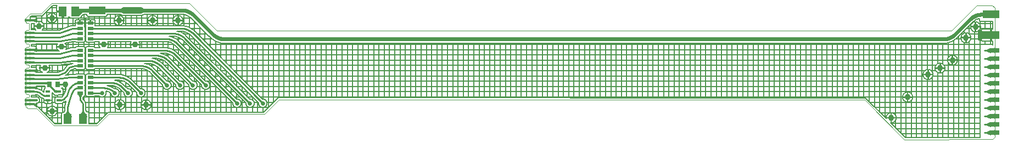
<source format=gtl>
G04 EAGLE Gerber X2 export*
%TF.Part,Single*%
%TF.FileFunction,Other,top copper*%
%TF.FilePolarity,Positive*%
%TF.GenerationSoftware,Autodesk,EAGLE,9.5.2*%
%TF.CreationDate,2020-03-15T17:58:39Z*%
G75*
%MOMM*%
%FSLAX34Y34*%
%LPD*%
%INtop copper*%
%AMOC8*
5,1,8,0,0,1.08239X$1,22.5*%
G01*
%ADD10C,0.000000*%
%ADD11R,0.900000X0.500000*%
%ADD12R,1.270000X1.524000*%
%ADD13R,1.350000X0.450000*%
%ADD14R,1.600000X0.800000*%
%ADD15R,2.540000X1.270000*%
%ADD16R,1.300000X1.500000*%
%ADD17R,0.700000X0.900000*%
%ADD18R,0.700000X0.400000*%
%ADD19C,0.454000*%
%ADD20C,0.254000*%
%ADD21C,0.935000*%
%ADD22C,1.020000*%
%ADD23C,0.203200*%
%ADD24C,0.304800*%
%ADD25C,0.680000*%
%ADD26C,0.850000*%
%ADD27C,0.127000*%
%ADD28C,0.609600*%
%ADD29C,1.016000*%

G36*
X1470124Y79259D02*
X1470124Y79259D01*
X1470210Y79259D01*
X1470324Y79282D01*
X1470439Y79296D01*
X1470521Y79322D01*
X1470605Y79340D01*
X1470741Y79394D01*
X1470822Y79421D01*
X1470860Y79442D01*
X1470912Y79463D01*
X1483104Y85559D01*
X1483133Y85577D01*
X1483163Y85590D01*
X1483248Y85647D01*
X1483331Y85692D01*
X1483380Y85733D01*
X1483445Y85774D01*
X1483469Y85797D01*
X1483496Y85816D01*
X1483576Y85896D01*
X1483640Y85950D01*
X1483676Y85994D01*
X1483736Y86052D01*
X1483755Y86079D01*
X1483779Y86103D01*
X1483846Y86205D01*
X1483893Y86264D01*
X1483915Y86308D01*
X1483967Y86382D01*
X1483981Y86412D01*
X1483999Y86440D01*
X1484047Y86562D01*
X1484078Y86621D01*
X1484090Y86663D01*
X1484129Y86751D01*
X1484136Y86783D01*
X1484148Y86814D01*
X1484173Y86950D01*
X1484190Y87008D01*
X1484193Y87046D01*
X1484214Y87144D01*
X1484214Y87177D01*
X1484220Y87210D01*
X1484218Y87354D01*
X1484222Y87409D01*
X1484219Y87443D01*
X1484220Y87547D01*
X1484214Y87579D01*
X1484213Y87613D01*
X1484182Y87758D01*
X1484176Y87809D01*
X1484166Y87839D01*
X1484147Y87942D01*
X1484134Y87973D01*
X1484127Y88006D01*
X1484066Y88144D01*
X1484051Y88192D01*
X1484036Y88218D01*
X1483997Y88316D01*
X1483978Y88344D01*
X1483965Y88374D01*
X1483878Y88498D01*
X1483853Y88543D01*
X1483833Y88565D01*
X1483776Y88653D01*
X1483752Y88676D01*
X1483733Y88704D01*
X1483624Y88807D01*
X1483590Y88847D01*
X1483565Y88866D01*
X1483493Y88939D01*
X1483465Y88958D01*
X1483441Y88981D01*
X1483292Y89078D01*
X1483272Y89094D01*
X1483255Y89102D01*
X1483163Y89162D01*
X1483159Y89164D01*
X1470971Y95766D01*
X1470862Y95812D01*
X1470757Y95867D01*
X1470677Y95890D01*
X1470600Y95922D01*
X1470484Y95945D01*
X1470370Y95978D01*
X1470287Y95985D01*
X1470205Y96001D01*
X1470087Y96001D01*
X1469968Y96011D01*
X1469886Y96001D01*
X1469803Y96001D01*
X1469686Y95978D01*
X1469569Y95964D01*
X1469490Y95938D01*
X1469408Y95922D01*
X1469299Y95876D01*
X1469186Y95839D01*
X1469113Y95798D01*
X1469037Y95766D01*
X1468939Y95700D01*
X1468835Y95641D01*
X1468772Y95587D01*
X1468704Y95540D01*
X1468620Y95456D01*
X1468531Y95378D01*
X1468480Y95313D01*
X1468421Y95253D01*
X1468356Y95154D01*
X1468284Y95060D01*
X1468247Y94986D01*
X1468201Y94916D01*
X1468157Y94806D01*
X1468104Y94700D01*
X1468083Y94619D01*
X1468052Y94542D01*
X1468031Y94425D01*
X1468000Y94311D01*
X1467992Y94213D01*
X1467980Y94146D01*
X1467981Y94078D01*
X1467973Y93980D01*
X1467973Y81280D01*
X1467981Y81195D01*
X1467980Y81109D01*
X1468001Y80995D01*
X1468013Y80879D01*
X1468038Y80798D01*
X1468053Y80714D01*
X1468097Y80606D01*
X1468131Y80494D01*
X1468172Y80419D01*
X1468203Y80340D01*
X1468267Y80243D01*
X1468323Y80140D01*
X1468377Y80075D01*
X1468424Y80003D01*
X1468506Y79920D01*
X1468580Y79831D01*
X1468647Y79778D01*
X1468707Y79717D01*
X1468803Y79652D01*
X1468894Y79579D01*
X1468970Y79540D01*
X1469041Y79492D01*
X1469148Y79447D01*
X1469251Y79393D01*
X1469333Y79370D01*
X1469412Y79337D01*
X1469527Y79314D01*
X1469638Y79282D01*
X1469723Y79275D01*
X1469807Y79258D01*
X1469924Y79259D01*
X1470040Y79249D01*
X1470124Y79259D01*
G37*
D10*
X0Y-23000D02*
X3000Y-26000D01*
X17000Y-26000D01*
X39750Y136500D02*
X252500Y136500D01*
X39750Y136500D02*
X23750Y120500D01*
X7000Y120500D01*
X0Y113500D01*
X0Y107500D01*
X0Y94000D02*
X0Y75000D01*
X1000Y74000D01*
X4000Y74000D01*
X5000Y73000D01*
X5000Y70000D02*
X4000Y69000D01*
X1000Y69000D01*
X0Y68000D01*
X5000Y70000D02*
X5000Y73000D01*
X0Y68000D02*
X0Y42500D01*
X1000Y41500D01*
X4000Y41500D01*
X5000Y40500D01*
X5000Y37500D02*
X4000Y36500D01*
X1000Y36500D01*
X0Y35500D01*
X5000Y37500D02*
X5000Y40500D01*
X0Y-10000D02*
X0Y-23000D01*
X0Y-3000D02*
X0Y35500D01*
X0Y-3000D02*
X1000Y-4000D01*
X4000Y-4000D02*
X5000Y-5000D01*
X4000Y-4000D02*
X1000Y-4000D01*
X5000Y-5000D02*
X5000Y-8000D01*
X4000Y-9000D01*
X1000Y-9000D01*
X0Y-10000D01*
X1000Y106500D02*
X0Y107500D01*
X1000Y106500D02*
X4000Y106500D01*
X5000Y105500D01*
X5000Y96000D01*
X4000Y95000D01*
X1000Y95000D01*
X0Y94000D01*
X252500Y136500D02*
X294500Y94500D01*
X1427610Y94500D01*
X1466610Y133500D01*
X1490010Y133500D01*
X1494000Y129500D01*
X1494000Y-70000D01*
X1490500Y-73500D01*
X1355000Y-74000D01*
X1293500Y-12500D01*
X390500Y-12000D01*
X368000Y-34500D01*
X128000Y-34500D01*
X110000Y-52500D01*
X43500Y-52500D01*
X17000Y-26000D01*
D11*
X83500Y106000D03*
X83500Y98000D03*
X83500Y90000D03*
X83500Y82000D03*
X99500Y82000D03*
X99500Y90000D03*
X99500Y98000D03*
X99500Y106000D03*
X83500Y64000D03*
X83500Y56000D03*
X83500Y48000D03*
X83500Y40000D03*
X99500Y40000D03*
X99500Y48000D03*
X99500Y56000D03*
X99500Y64000D03*
X83500Y22000D03*
X83500Y14000D03*
X83500Y6000D03*
X83500Y-2000D03*
X99500Y-2000D03*
X99500Y6000D03*
X99500Y14000D03*
X99500Y22000D03*
D12*
X64000Y-42250D03*
X88000Y-41750D03*
D13*
X6500Y0D03*
X6500Y6500D03*
X6500Y19500D03*
X6500Y26000D03*
X6500Y32500D03*
X6500Y45500D03*
X6500Y52000D03*
X6500Y58500D03*
X6500Y65000D03*
X6500Y78000D03*
X6500Y84500D03*
X6500Y91000D03*
X6500Y-19500D03*
X6500Y110500D03*
D14*
X1493690Y38110D03*
X1493690Y-63490D03*
X1493690Y-50790D03*
X1493690Y-38090D03*
X1493690Y-25390D03*
X1493690Y-12690D03*
X1493690Y10D03*
X1493690Y12710D03*
X1493690Y25410D03*
D15*
X1488610Y87640D03*
X1488610Y119390D03*
D14*
X1493690Y50810D03*
X1493690Y63510D03*
D15*
X109650Y125940D03*
D16*
X76000Y124000D03*
X57000Y124000D03*
D13*
X6500Y-13000D03*
X6500Y13000D03*
D17*
X36000Y11000D03*
X49000Y11000D03*
D18*
X34000Y0D03*
X34000Y-6500D03*
X34000Y-13000D03*
X51000Y-13000D03*
X51000Y0D03*
D19*
X6500Y0D03*
X0Y0D03*
D20*
X31243Y-6500D02*
X34000Y-6500D01*
X31243Y-6500D02*
X30999Y-6497D01*
X30756Y-6488D01*
X30512Y-6474D01*
X30269Y-6454D01*
X30027Y-6428D01*
X29785Y-6396D01*
X29544Y-6358D01*
X29305Y-6315D01*
X29066Y-6266D01*
X28828Y-6211D01*
X28592Y-6151D01*
X28357Y-6085D01*
X28124Y-6014D01*
X27893Y-5937D01*
X27663Y-5854D01*
X27436Y-5766D01*
X27211Y-5673D01*
X26988Y-5574D01*
X26767Y-5470D01*
X26549Y-5361D01*
X26334Y-5247D01*
X26122Y-5128D01*
X25912Y-5003D01*
X25705Y-4874D01*
X25502Y-4740D01*
X25301Y-4601D01*
X25105Y-4457D01*
X24911Y-4309D01*
X24721Y-4156D01*
X24535Y-3998D01*
X24353Y-3836D01*
X24175Y-3670D01*
X24000Y-3500D01*
X23790Y-3295D01*
X23575Y-3096D01*
X23355Y-2901D01*
X23131Y-2713D01*
X22902Y-2529D01*
X22669Y-2352D01*
X22431Y-2180D01*
X22189Y-2014D01*
X21943Y-1854D01*
X21694Y-1700D01*
X21440Y-1552D01*
X21183Y-1411D01*
X20923Y-1276D01*
X20659Y-1147D01*
X20393Y-1025D01*
X20123Y-910D01*
X19851Y-801D01*
X19576Y-699D01*
X19298Y-603D01*
X19019Y-515D01*
X18737Y-433D01*
X18454Y-358D01*
X18168Y-290D01*
X17881Y-230D01*
X17593Y-176D01*
X17303Y-129D01*
X17013Y-90D01*
X16721Y-58D01*
X16429Y-32D01*
X16136Y-14D01*
X15843Y-4D01*
X15550Y0D01*
X6500Y0D01*
D19*
X0Y65000D03*
X6500Y65000D03*
X0Y110500D03*
D20*
X3270Y110500D02*
X6500Y110500D01*
D19*
X6500Y110500D03*
X0Y6500D03*
D21*
X40516Y-29888D03*
D19*
X0Y-19500D03*
X6500Y-19500D03*
X6500Y6500D03*
D20*
X0Y6500D01*
X3270Y6500D02*
X6500Y6500D01*
D19*
X6500Y32500D03*
X0Y32500D03*
D22*
X1494642Y87376D03*
X1481942Y87376D03*
D23*
X1488610Y87640D01*
X53453Y10891D02*
X53453Y10492D01*
X53498Y10266D01*
X49734Y10266D01*
X49734Y11734D01*
X53453Y11734D01*
X53453Y11609D01*
X60785Y11609D01*
X60785Y10891D01*
X53453Y10891D01*
X125888Y68307D02*
X126730Y69567D01*
X127309Y70967D01*
X127605Y72452D01*
X127605Y72851D01*
X120273Y72851D01*
X120273Y73569D01*
X127605Y73569D01*
X127605Y73968D01*
X127309Y75453D01*
X126730Y76853D01*
X126154Y77714D01*
X162611Y77714D01*
X161866Y76599D01*
X161287Y75199D01*
X160991Y73714D01*
X160991Y73315D01*
X168323Y73315D01*
X168323Y72597D01*
X160991Y72597D01*
X160991Y72198D01*
X161287Y70713D01*
X161866Y69313D01*
X162553Y68286D01*
X125867Y68286D01*
X125888Y68307D01*
X55749Y-18016D02*
X46251Y-18016D01*
X55749Y-18016D02*
X56808Y-16958D01*
X60727Y-15334D01*
X60727Y-15334D01*
X61520Y-14541D01*
X61864Y-14492D01*
X62106Y-14168D01*
X60115Y-22445D01*
X59714Y-22846D01*
X59714Y-24113D01*
X59418Y-25345D01*
X59714Y-25829D01*
X59714Y-29021D01*
X58093Y-31614D01*
X56401Y-31614D01*
X54634Y-33381D01*
X54634Y-37149D01*
X54425Y-37484D01*
X54634Y-38391D01*
X54634Y-49484D01*
X44749Y-49484D01*
X18249Y-22984D01*
X16020Y-22984D01*
X16060Y-22914D01*
X16266Y-22147D01*
X16266Y-19609D01*
X11786Y-19609D01*
X11786Y-19500D01*
X6609Y-19500D01*
X6609Y-19500D01*
X11786Y-19500D01*
X11786Y-19391D01*
X16266Y-19391D01*
X16266Y-17540D01*
X18381Y-17540D01*
X21040Y-14881D01*
X21040Y-11119D01*
X18381Y-8460D01*
X15225Y-8460D01*
X14499Y-7734D01*
X8710Y-7734D01*
X8690Y-7714D01*
X8016Y-7714D01*
X8016Y-5286D01*
X8690Y-5286D01*
X8710Y-5266D01*
X14499Y-5266D01*
X15479Y-4286D01*
X15550Y-4286D01*
X17045Y-4433D01*
X19808Y-5578D01*
X19808Y-5578D01*
X20969Y-6531D01*
X22225Y-7786D01*
X22225Y-7786D01*
X23013Y-8574D01*
X23013Y-8574D01*
X27527Y-10444D01*
X27484Y-10603D01*
X27484Y-13000D01*
X34000Y-13000D01*
X34000Y-13000D01*
X27484Y-13000D01*
X27484Y-15397D01*
X27690Y-16164D01*
X28087Y-16852D01*
X28648Y-17413D01*
X29336Y-17810D01*
X30103Y-18016D01*
X34000Y-18016D01*
X34000Y-13000D01*
X34000Y-13000D01*
X34000Y-18016D01*
X37897Y-18016D01*
X38664Y-17810D01*
X39352Y-17413D01*
X39913Y-16852D01*
X40310Y-16164D01*
X40516Y-15397D01*
X40516Y-13000D01*
X34000Y-13000D01*
X34000Y-13000D01*
X40516Y-13000D01*
X40516Y-10603D01*
X40336Y-9930D01*
X40516Y-9749D01*
X40516Y-3251D01*
X40515Y-3250D01*
X40516Y-3249D01*
X40516Y-1436D01*
X42559Y-3479D01*
X42816Y-3479D01*
X43137Y-3612D01*
X44810Y-5286D01*
X49190Y-5286D01*
X49460Y-5016D01*
X55749Y-5016D01*
X57516Y-3249D01*
X57516Y3249D01*
X55749Y5016D01*
X55126Y5016D01*
X55310Y5336D01*
X55495Y6023D01*
X56241Y5276D01*
X57501Y4434D01*
X58901Y3855D01*
X60386Y3559D01*
X60785Y3559D01*
X60785Y10891D01*
X61503Y10891D01*
X61503Y3559D01*
X61902Y3559D01*
X62014Y3581D01*
X59568Y-3266D01*
X56329Y-7584D01*
X55825Y-7998D01*
X55781Y-8016D01*
X55749Y-7984D01*
X46251Y-7984D01*
X44484Y-9751D01*
X44484Y-16249D01*
X46251Y-18016D01*
X40875Y-22197D02*
X40875Y-29529D01*
X40157Y-29529D01*
X40157Y-22197D01*
X39758Y-22197D01*
X38273Y-22493D01*
X36873Y-23072D01*
X35613Y-23914D01*
X34542Y-24985D01*
X33700Y-26245D01*
X33121Y-27645D01*
X32825Y-29130D01*
X32825Y-29529D01*
X40157Y-29529D01*
X40157Y-30247D01*
X32825Y-30247D01*
X32825Y-30646D01*
X33121Y-32131D01*
X33700Y-33531D01*
X34542Y-34791D01*
X35613Y-35862D01*
X36873Y-36704D01*
X38273Y-37283D01*
X39758Y-37579D01*
X40157Y-37579D01*
X40157Y-30247D01*
X40875Y-30247D01*
X40875Y-37579D01*
X41274Y-37579D01*
X42759Y-37283D01*
X44159Y-36704D01*
X45419Y-35862D01*
X46490Y-34791D01*
X47332Y-33531D01*
X47911Y-32131D01*
X48207Y-30646D01*
X48207Y-30247D01*
X40875Y-30247D01*
X40875Y-29529D01*
X48207Y-29529D01*
X48207Y-29130D01*
X47911Y-27645D01*
X47332Y-26245D01*
X46490Y-24985D01*
X45419Y-23914D01*
X44159Y-23072D01*
X42759Y-22493D01*
X41274Y-22197D01*
X40875Y-22197D01*
X64924Y41649D02*
X66234Y41742D01*
X64924Y41649D02*
X64585Y41257D01*
X64087Y41111D01*
X63459Y39958D01*
X57916Y33562D01*
X50134Y30286D01*
X33107Y30286D01*
X34047Y30914D01*
X35118Y31985D01*
X35960Y33245D01*
X36539Y34645D01*
X36835Y36130D01*
X36835Y36529D01*
X29503Y36529D01*
X29503Y37247D01*
X36835Y37247D01*
X36835Y37646D01*
X36539Y39131D01*
X35960Y40531D01*
X35503Y41214D01*
X51037Y41214D01*
X51284Y41023D01*
X52774Y41214D01*
X54275Y41214D01*
X54496Y41435D01*
X72274Y43714D01*
X72938Y43714D01*
X66234Y41742D01*
X14499Y96266D02*
X8710Y96266D01*
X8690Y96286D01*
X8016Y96286D01*
X8016Y105234D01*
X13571Y105234D01*
X13446Y105047D01*
X12867Y103647D01*
X12571Y102162D01*
X12571Y101763D01*
X19903Y101763D01*
X19903Y101045D01*
X12571Y101045D01*
X12571Y100646D01*
X12867Y99161D01*
X13446Y97761D01*
X14288Y96501D01*
X15359Y95430D01*
X15575Y95286D01*
X15479Y95286D01*
X14499Y96266D01*
X48328Y73043D02*
X47749Y71643D01*
X47453Y70158D01*
X47453Y69759D01*
X54785Y69759D01*
X54785Y69041D01*
X47453Y69041D01*
X47453Y68642D01*
X47749Y67157D01*
X48328Y65757D01*
X49170Y64497D01*
X50241Y63426D01*
X51199Y62786D01*
X16266Y62786D01*
X16266Y64891D01*
X11786Y64891D01*
X11786Y65000D01*
X6609Y65000D01*
X6609Y65000D01*
X11786Y65000D01*
X11786Y65109D01*
X16266Y65109D01*
X16266Y67647D01*
X16060Y68414D01*
X15663Y69102D01*
X15102Y69663D01*
X14414Y70060D01*
X13647Y70266D01*
X8016Y70266D01*
X8016Y72714D01*
X8690Y72714D01*
X8710Y72734D01*
X14499Y72734D01*
X15479Y73714D01*
X48777Y73714D01*
X48328Y73043D01*
X22328Y40531D02*
X21749Y39131D01*
X21453Y37646D01*
X21453Y37247D01*
X28785Y37247D01*
X28785Y36529D01*
X21453Y36529D01*
X21453Y36130D01*
X21749Y34645D01*
X22328Y33245D01*
X23170Y31985D01*
X24241Y30914D01*
X25181Y30286D01*
X16266Y30286D01*
X16266Y32391D01*
X11786Y32391D01*
X11786Y32500D01*
X6609Y32500D01*
X6609Y32500D01*
X11786Y32500D01*
X11786Y32609D01*
X16266Y32609D01*
X16266Y35147D01*
X16060Y35914D01*
X15663Y36602D01*
X15102Y37163D01*
X14414Y37560D01*
X13647Y37766D01*
X8016Y37766D01*
X8016Y40214D01*
X8690Y40214D01*
X8710Y40234D01*
X14499Y40234D01*
X15479Y41214D01*
X22785Y41214D01*
X22328Y40531D01*
X6500Y110609D02*
X6500Y115735D01*
X6500Y115735D01*
X6500Y110609D01*
X6500Y110609D01*
X1487594Y87860D02*
X1487594Y86892D01*
X1482426Y86892D01*
X1482426Y87860D01*
X1487594Y87860D01*
X29719Y5016D02*
X29484Y5251D01*
X29251Y5016D02*
X29719Y5016D01*
X29251Y5016D02*
X27484Y3249D01*
X27484Y-841D01*
X27031Y-469D01*
X27031Y-469D01*
X26977Y-415D01*
X25775Y786D01*
X25775Y786D01*
X24747Y1814D01*
X18780Y4286D01*
X16266Y4286D01*
X16266Y6391D01*
X11786Y6391D01*
X11786Y6500D01*
X6609Y6500D01*
X6609Y6500D01*
X11786Y6500D01*
X11786Y6609D01*
X16266Y6609D01*
X16266Y8460D01*
X29484Y8460D01*
X29484Y5251D01*
X92286Y-18118D02*
X92286Y-18118D01*
X90594Y-14033D01*
X90594Y-14033D01*
X90286Y-13725D01*
X90286Y-13725D01*
X87970Y-11409D01*
X87892Y-11313D01*
X87798Y-11087D01*
X87786Y-10964D01*
X87786Y-9107D01*
X88449Y-7516D01*
X89249Y-7516D01*
X91016Y-5749D01*
X91016Y1749D01*
X90765Y2000D01*
X91016Y2251D01*
X91016Y9749D01*
X90765Y10000D01*
X91016Y10251D01*
X91016Y17749D01*
X90765Y18000D01*
X91016Y18251D01*
X91016Y25749D01*
X89249Y27516D01*
X77751Y27516D01*
X76521Y26286D01*
X69463Y26286D01*
X69216Y26477D01*
X67726Y26286D01*
X66225Y26286D01*
X66004Y26065D01*
X60534Y25364D01*
X61511Y25775D01*
X62576Y25851D01*
X63084Y26438D01*
X63799Y26739D01*
X64202Y27728D01*
X69415Y33743D01*
X76117Y35714D01*
X76521Y35714D01*
X77751Y34484D01*
X89249Y34484D01*
X91016Y36251D01*
X91016Y43749D01*
X90765Y44000D01*
X91016Y44251D01*
X91016Y51749D01*
X90765Y52000D01*
X91016Y52251D01*
X91016Y59749D01*
X90765Y60000D01*
X91016Y60251D01*
X91016Y67749D01*
X89249Y69516D01*
X77751Y69516D01*
X76521Y68286D01*
X73118Y68286D01*
X72545Y68607D01*
X71407Y68286D01*
X70225Y68286D01*
X69760Y67821D01*
X61848Y65590D01*
X61960Y65757D01*
X62539Y67157D01*
X62835Y68642D01*
X62835Y69041D01*
X55503Y69041D01*
X55503Y69759D01*
X62835Y69759D01*
X62835Y70158D01*
X62539Y71643D01*
X61960Y73043D01*
X61118Y74303D01*
X60214Y75207D01*
X72435Y77714D01*
X76521Y77714D01*
X77751Y76484D01*
X89249Y76484D01*
X91016Y78251D01*
X91016Y85749D01*
X90765Y86000D01*
X91016Y86251D01*
X91016Y93749D01*
X90765Y94000D01*
X91016Y94251D01*
X91016Y101749D01*
X90671Y102094D01*
X90810Y102336D01*
X91016Y103103D01*
X91016Y105766D01*
X83734Y105766D01*
X83734Y106234D01*
X91016Y106234D01*
X91016Y108897D01*
X90810Y109664D01*
X90413Y110352D01*
X89852Y110913D01*
X89164Y111310D01*
X88397Y111516D01*
X83734Y111516D01*
X83734Y106234D01*
X83266Y106234D01*
X83266Y111516D01*
X78603Y111516D01*
X77836Y111310D01*
X77148Y110913D01*
X76587Y110352D01*
X76190Y109664D01*
X75984Y108897D01*
X75984Y106234D01*
X83266Y106234D01*
X83266Y105766D01*
X75984Y105766D01*
X75984Y103103D01*
X76190Y102336D01*
X76218Y102286D01*
X72960Y102286D01*
X72223Y102634D01*
X71254Y102286D01*
X70225Y102286D01*
X69648Y101710D01*
X51754Y95286D01*
X24949Y95286D01*
X25165Y95430D01*
X26236Y96501D01*
X27078Y97761D01*
X27657Y99161D01*
X27953Y100646D01*
X27953Y101045D01*
X20621Y101045D01*
X20621Y101763D01*
X27953Y101763D01*
X27953Y102162D01*
X27657Y103647D01*
X27078Y105047D01*
X26236Y106307D01*
X25165Y107378D01*
X23905Y108220D01*
X22505Y108799D01*
X21020Y109095D01*
X20621Y109095D01*
X20621Y101763D01*
X19903Y101763D01*
X19903Y109095D01*
X19504Y109095D01*
X18019Y108799D01*
X16619Y108220D01*
X16266Y107984D01*
X16266Y110391D01*
X11786Y110391D01*
X11786Y110500D01*
X6609Y110500D01*
X6609Y110500D01*
X11786Y110500D01*
X11786Y110609D01*
X16266Y110609D01*
X16266Y113147D01*
X16060Y113914D01*
X15663Y114602D01*
X15102Y115163D01*
X14414Y115560D01*
X13647Y115766D01*
X7271Y115766D01*
X7196Y115786D01*
X6551Y115786D01*
X8249Y117484D01*
X24999Y117484D01*
X26766Y119251D01*
X40999Y133484D01*
X48219Y133484D01*
X48087Y133352D01*
X47690Y132664D01*
X47484Y131897D01*
X47484Y125016D01*
X55984Y125016D01*
X55984Y122984D01*
X47484Y122984D01*
X47484Y116525D01*
X46978Y117747D01*
X46136Y119007D01*
X45065Y120078D01*
X43805Y120920D01*
X42405Y121499D01*
X40920Y121795D01*
X40521Y121795D01*
X40521Y114463D01*
X39803Y114463D01*
X39803Y121795D01*
X39404Y121795D01*
X37919Y121499D01*
X36519Y120920D01*
X35259Y120078D01*
X34188Y119007D01*
X33346Y117747D01*
X32767Y116347D01*
X32471Y114862D01*
X32471Y114463D01*
X39803Y114463D01*
X39803Y113745D01*
X32471Y113745D01*
X32471Y113346D01*
X32767Y111861D01*
X33346Y110461D01*
X34188Y109201D01*
X35259Y108130D01*
X36519Y107288D01*
X37919Y106709D01*
X39404Y106413D01*
X39803Y106413D01*
X39803Y113745D01*
X40521Y113745D01*
X40521Y106413D01*
X40920Y106413D01*
X42405Y106709D01*
X43805Y107288D01*
X45065Y108130D01*
X46136Y109201D01*
X46978Y110461D01*
X47557Y111861D01*
X47853Y113346D01*
X47853Y113745D01*
X40521Y113745D01*
X40521Y114463D01*
X47853Y114463D01*
X47853Y114862D01*
X47795Y115153D01*
X48087Y114648D01*
X48648Y114087D01*
X49336Y113690D01*
X50103Y113484D01*
X55984Y113484D01*
X55984Y122984D01*
X58016Y122984D01*
X58016Y113484D01*
X63897Y113484D01*
X64664Y113690D01*
X65352Y114087D01*
X65913Y114648D01*
X66310Y115336D01*
X66484Y115984D01*
X66484Y115251D01*
X68251Y113484D01*
X83749Y113484D01*
X85516Y115251D01*
X85516Y116440D01*
X88952Y119876D01*
X93934Y119876D01*
X93934Y118341D01*
X95701Y116574D01*
X123599Y116574D01*
X125366Y118341D01*
X125366Y119876D01*
X145795Y119876D01*
X146594Y119077D01*
X149570Y117844D01*
X178190Y117844D01*
X181166Y119077D01*
X181965Y119876D01*
X240559Y119876D01*
X243083Y119711D01*
X247959Y118404D01*
X252330Y115880D01*
X254232Y114213D01*
X282237Y86208D01*
X282545Y85899D01*
X285789Y82656D01*
X286942Y81503D01*
X286942Y81503D01*
X294116Y77360D01*
X294116Y77360D01*
X302119Y75216D01*
X1419071Y75216D01*
X1427074Y77360D01*
X1427074Y77360D01*
X1434248Y81503D01*
X1434248Y81503D01*
X1435401Y82656D01*
X1435401Y82656D01*
X1460408Y107663D01*
X1462310Y109330D01*
X1466681Y111854D01*
X1470981Y113006D01*
X1470981Y109806D01*
X1471948Y108839D01*
X1490984Y108839D01*
X1490984Y97006D01*
X1489626Y97006D01*
X1489626Y93785D01*
X1489468Y93680D01*
X1488338Y92550D01*
X1488292Y92481D01*
X1488246Y92550D01*
X1487594Y93202D01*
X1487594Y97006D01*
X1475513Y97006D01*
X1474746Y96800D01*
X1474058Y96403D01*
X1473497Y95842D01*
X1473100Y95154D01*
X1472894Y94387D01*
X1472894Y88656D01*
X1473922Y88656D01*
X1473826Y88175D01*
X1473826Y87860D01*
X1481458Y87860D01*
X1481458Y86892D01*
X1473826Y86892D01*
X1473826Y86624D01*
X1472894Y86624D01*
X1472894Y80893D01*
X1473100Y80126D01*
X1473497Y79438D01*
X1474058Y78877D01*
X1474746Y78480D01*
X1475513Y78274D01*
X1487594Y78274D01*
X1487594Y81550D01*
X1488246Y82202D01*
X1488292Y82271D01*
X1488338Y82202D01*
X1489468Y81072D01*
X1489626Y80967D01*
X1489626Y78274D01*
X1490984Y78274D01*
X1490984Y72671D01*
X1490884Y72771D01*
X1472178Y72771D01*
X1471211Y71804D01*
X1471211Y-70555D01*
X1356245Y-70979D01*
X1333237Y-47972D01*
X1333452Y-48015D01*
X1333851Y-48015D01*
X1333851Y-40683D01*
X1334569Y-40683D01*
X1334569Y-48015D01*
X1334968Y-48015D01*
X1336453Y-47719D01*
X1337853Y-47140D01*
X1339113Y-46298D01*
X1340184Y-45227D01*
X1341026Y-43967D01*
X1341605Y-42567D01*
X1341901Y-41082D01*
X1341901Y-40683D01*
X1334569Y-40683D01*
X1334569Y-39965D01*
X1341901Y-39965D01*
X1341901Y-39566D01*
X1341605Y-38081D01*
X1341026Y-36681D01*
X1340184Y-35421D01*
X1339113Y-34350D01*
X1337853Y-33508D01*
X1336453Y-32929D01*
X1334968Y-32633D01*
X1334569Y-32633D01*
X1334569Y-39965D01*
X1333851Y-39965D01*
X1333851Y-32633D01*
X1333452Y-32633D01*
X1331967Y-32929D01*
X1330567Y-33508D01*
X1329307Y-34350D01*
X1328236Y-35421D01*
X1327394Y-36681D01*
X1326815Y-38081D01*
X1326519Y-39566D01*
X1326519Y-39965D01*
X1333851Y-39965D01*
X1333851Y-40683D01*
X1326519Y-40683D01*
X1326519Y-41082D01*
X1326562Y-41297D01*
X1295648Y-10383D01*
X1294751Y-9485D01*
X1294750Y-9485D01*
X1294749Y-9484D01*
X1293510Y-9484D01*
X391750Y-8985D01*
X391749Y-8984D01*
X390493Y-8984D01*
X389252Y-8983D01*
X389252Y-8984D01*
X389251Y-8984D01*
X388382Y-9853D01*
X387485Y-10749D01*
X387485Y-10750D01*
X366751Y-31484D01*
X126751Y-31484D01*
X108751Y-49484D01*
X97366Y-49484D01*
X97366Y-38488D01*
X97594Y-37607D01*
X97366Y-37219D01*
X97366Y-32881D01*
X95599Y-31114D01*
X93775Y-31114D01*
X92286Y-28583D01*
X92286Y-18553D01*
X92286Y-18118D01*
X195877Y110471D02*
X195877Y117803D01*
X195877Y110471D02*
X195159Y110471D01*
X195159Y117803D01*
X194760Y117803D01*
X193275Y117507D01*
X191875Y116928D01*
X190615Y116086D01*
X189544Y115015D01*
X188702Y113755D01*
X188123Y112355D01*
X187827Y110870D01*
X187827Y110471D01*
X195159Y110471D01*
X195159Y109753D01*
X187827Y109753D01*
X187827Y109354D01*
X188123Y107869D01*
X188702Y106469D01*
X189544Y105209D01*
X190615Y104138D01*
X191875Y103296D01*
X193275Y102717D01*
X194760Y102421D01*
X195159Y102421D01*
X195159Y109753D01*
X195877Y109753D01*
X195877Y102421D01*
X196276Y102421D01*
X197761Y102717D01*
X199161Y103296D01*
X200421Y104138D01*
X201492Y105209D01*
X202334Y106469D01*
X202913Y107869D01*
X203209Y109354D01*
X203209Y109753D01*
X195877Y109753D01*
X195877Y110471D01*
X203209Y110471D01*
X203209Y110870D01*
X202913Y112355D01*
X202334Y113755D01*
X201492Y115015D01*
X200421Y116086D01*
X199161Y116928D01*
X197761Y117507D01*
X196276Y117803D01*
X195877Y117803D01*
X1429157Y56517D02*
X1429157Y49185D01*
X1428439Y49185D01*
X1428439Y56517D01*
X1428040Y56517D01*
X1426555Y56221D01*
X1425155Y55642D01*
X1423895Y54800D01*
X1422824Y53729D01*
X1421982Y52469D01*
X1421403Y51069D01*
X1421107Y49584D01*
X1421107Y49185D01*
X1428439Y49185D01*
X1428439Y48467D01*
X1421107Y48467D01*
X1421107Y48068D01*
X1421403Y46583D01*
X1421982Y45183D01*
X1422824Y43923D01*
X1423895Y42852D01*
X1425155Y42010D01*
X1426555Y41431D01*
X1428040Y41135D01*
X1428439Y41135D01*
X1428439Y48467D01*
X1429157Y48467D01*
X1429157Y41135D01*
X1429556Y41135D01*
X1431041Y41431D01*
X1432441Y42010D01*
X1433701Y42852D01*
X1434772Y43923D01*
X1435614Y45183D01*
X1436193Y46583D01*
X1436489Y48068D01*
X1436489Y48467D01*
X1429157Y48467D01*
X1429157Y49185D01*
X1436489Y49185D01*
X1436489Y49584D01*
X1436193Y51069D01*
X1435614Y52469D01*
X1434772Y53729D01*
X1433701Y54800D01*
X1432441Y55642D01*
X1431041Y56221D01*
X1429556Y56517D01*
X1429157Y56517D01*
X1391581Y34197D02*
X1391581Y26865D01*
X1390863Y26865D01*
X1390863Y34197D01*
X1390464Y34197D01*
X1388979Y33901D01*
X1387579Y33322D01*
X1386319Y32480D01*
X1385248Y31409D01*
X1384406Y30149D01*
X1383827Y28749D01*
X1383531Y27264D01*
X1383531Y26865D01*
X1390863Y26865D01*
X1390863Y26147D01*
X1383531Y26147D01*
X1383531Y25748D01*
X1383827Y24263D01*
X1384406Y22863D01*
X1385248Y21603D01*
X1386319Y20532D01*
X1387579Y19690D01*
X1388979Y19111D01*
X1390464Y18815D01*
X1390863Y18815D01*
X1390863Y26147D01*
X1391581Y26147D01*
X1391581Y18815D01*
X1391980Y18815D01*
X1393465Y19111D01*
X1394865Y19690D01*
X1396125Y20532D01*
X1397196Y21603D01*
X1398038Y22863D01*
X1398617Y24263D01*
X1398913Y25748D01*
X1398913Y26147D01*
X1391581Y26147D01*
X1391581Y26865D01*
X1398913Y26865D01*
X1398913Y27264D01*
X1398617Y28749D01*
X1398038Y30149D01*
X1397196Y31409D01*
X1396125Y32480D01*
X1394865Y33322D01*
X1393465Y33901D01*
X1391980Y34197D01*
X1391581Y34197D01*
X1464725Y100771D02*
X1464725Y108103D01*
X1464725Y100771D02*
X1464007Y100771D01*
X1464007Y108103D01*
X1463608Y108103D01*
X1462123Y107807D01*
X1460723Y107228D01*
X1459463Y106386D01*
X1458392Y105315D01*
X1457550Y104055D01*
X1456971Y102655D01*
X1456675Y101170D01*
X1456675Y100771D01*
X1464007Y100771D01*
X1464007Y100053D01*
X1456675Y100053D01*
X1456675Y99654D01*
X1456971Y98169D01*
X1457550Y96769D01*
X1458392Y95509D01*
X1459463Y94438D01*
X1460723Y93596D01*
X1462123Y93017D01*
X1463608Y92721D01*
X1464007Y92721D01*
X1464007Y100053D01*
X1464725Y100053D01*
X1464725Y92721D01*
X1465124Y92721D01*
X1466609Y93017D01*
X1468009Y93596D01*
X1469269Y94438D01*
X1470340Y95509D01*
X1471182Y96769D01*
X1471761Y98169D01*
X1472057Y99654D01*
X1472057Y100053D01*
X1464725Y100053D01*
X1464725Y100771D01*
X1472057Y100771D01*
X1472057Y101170D01*
X1471761Y102655D01*
X1471182Y104055D01*
X1470340Y105315D01*
X1469269Y106386D01*
X1468009Y107228D01*
X1466609Y107807D01*
X1465124Y108103D01*
X1464725Y108103D01*
X144911Y-12317D02*
X144911Y-19649D01*
X144193Y-19649D01*
X144193Y-12317D01*
X143794Y-12317D01*
X142309Y-12613D01*
X140909Y-13192D01*
X139649Y-14034D01*
X138578Y-15105D01*
X137736Y-16365D01*
X137157Y-17765D01*
X136861Y-19250D01*
X136861Y-19649D01*
X144193Y-19649D01*
X144193Y-20367D01*
X136861Y-20367D01*
X136861Y-20766D01*
X137157Y-22251D01*
X137736Y-23651D01*
X138578Y-24911D01*
X139649Y-25982D01*
X140909Y-26824D01*
X142309Y-27403D01*
X143794Y-27699D01*
X144193Y-27699D01*
X144193Y-20367D01*
X144911Y-20367D01*
X144911Y-27699D01*
X145310Y-27699D01*
X146795Y-27403D01*
X148195Y-26824D01*
X149455Y-25982D01*
X150526Y-24911D01*
X151368Y-23651D01*
X151947Y-22251D01*
X152243Y-20766D01*
X152243Y-20367D01*
X144911Y-20367D01*
X144911Y-19649D01*
X152243Y-19649D01*
X152243Y-19250D01*
X151947Y-17765D01*
X151368Y-16365D01*
X150526Y-15105D01*
X149455Y-14034D01*
X148195Y-13192D01*
X146795Y-12613D01*
X145310Y-12317D01*
X144911Y-12317D01*
X143877Y110471D02*
X143877Y117803D01*
X143877Y110471D02*
X143159Y110471D01*
X143159Y117803D01*
X142760Y117803D01*
X141275Y117507D01*
X139875Y116928D01*
X138615Y116086D01*
X137544Y115015D01*
X136702Y113755D01*
X136123Y112355D01*
X135827Y110870D01*
X135827Y110471D01*
X143159Y110471D01*
X143159Y109753D01*
X135827Y109753D01*
X135827Y109354D01*
X136123Y107869D01*
X136702Y106469D01*
X137544Y105209D01*
X138615Y104138D01*
X139875Y103296D01*
X141275Y102717D01*
X142760Y102421D01*
X143159Y102421D01*
X143159Y109753D01*
X143877Y109753D01*
X143877Y102421D01*
X144276Y102421D01*
X145761Y102717D01*
X147161Y103296D01*
X148421Y104138D01*
X149492Y105209D01*
X150334Y106469D01*
X150913Y107869D01*
X151209Y109354D01*
X151209Y109753D01*
X143877Y109753D01*
X143877Y110471D01*
X151209Y110471D01*
X151209Y110870D01*
X150913Y112355D01*
X150334Y113755D01*
X149492Y115015D01*
X148421Y116086D01*
X147161Y116928D01*
X145761Y117507D01*
X144276Y117803D01*
X143877Y117803D01*
X185551Y-12571D02*
X185551Y-19903D01*
X184833Y-19903D01*
X184833Y-12571D01*
X184434Y-12571D01*
X182949Y-12867D01*
X181549Y-13446D01*
X180289Y-14288D01*
X179218Y-15359D01*
X178376Y-16619D01*
X177797Y-18019D01*
X177501Y-19504D01*
X177501Y-19903D01*
X184833Y-19903D01*
X184833Y-20621D01*
X177501Y-20621D01*
X177501Y-21020D01*
X177797Y-22505D01*
X178376Y-23905D01*
X179218Y-25165D01*
X180289Y-26236D01*
X181549Y-27078D01*
X182949Y-27657D01*
X184434Y-27953D01*
X184833Y-27953D01*
X184833Y-20621D01*
X185551Y-20621D01*
X185551Y-27953D01*
X185950Y-27953D01*
X187435Y-27657D01*
X188835Y-27078D01*
X190095Y-26236D01*
X191166Y-25165D01*
X192008Y-23905D01*
X192587Y-22505D01*
X192883Y-21020D01*
X192883Y-20621D01*
X185551Y-20621D01*
X185551Y-19903D01*
X192883Y-19903D01*
X192883Y-19504D01*
X192587Y-18019D01*
X192008Y-16619D01*
X191166Y-15359D01*
X190095Y-14288D01*
X188835Y-13446D01*
X187435Y-12867D01*
X185950Y-12571D01*
X185551Y-12571D01*
X1449969Y83761D02*
X1449969Y91093D01*
X1449969Y83761D02*
X1449251Y83761D01*
X1449251Y91093D01*
X1448852Y91093D01*
X1447367Y90797D01*
X1445967Y90218D01*
X1444707Y89376D01*
X1443636Y88305D01*
X1442794Y87045D01*
X1442215Y85645D01*
X1441919Y84160D01*
X1441919Y83761D01*
X1449251Y83761D01*
X1449251Y83043D01*
X1441919Y83043D01*
X1441919Y82644D01*
X1442215Y81159D01*
X1442794Y79759D01*
X1443636Y78499D01*
X1444707Y77428D01*
X1445967Y76586D01*
X1447367Y76007D01*
X1448852Y75711D01*
X1449251Y75711D01*
X1449251Y83043D01*
X1449969Y83043D01*
X1449969Y75711D01*
X1450368Y75711D01*
X1451853Y76007D01*
X1453253Y76586D01*
X1454513Y77428D01*
X1455584Y78499D01*
X1456426Y79759D01*
X1457005Y81159D01*
X1457301Y82644D01*
X1457301Y83043D01*
X1449969Y83043D01*
X1449969Y83761D01*
X1457301Y83761D01*
X1457301Y84160D01*
X1457005Y85645D01*
X1456426Y87045D01*
X1455584Y88305D01*
X1454513Y89376D01*
X1453253Y90218D01*
X1451853Y90797D01*
X1450368Y91093D01*
X1449969Y91093D01*
X1360069Y-633D02*
X1360069Y-7965D01*
X1359351Y-7965D01*
X1359351Y-633D01*
X1358952Y-633D01*
X1357467Y-929D01*
X1356067Y-1508D01*
X1354807Y-2350D01*
X1353736Y-3421D01*
X1352894Y-4681D01*
X1352315Y-6081D01*
X1352019Y-7566D01*
X1352019Y-7965D01*
X1359351Y-7965D01*
X1359351Y-8683D01*
X1352019Y-8683D01*
X1352019Y-9082D01*
X1352315Y-10567D01*
X1352894Y-11967D01*
X1353736Y-13227D01*
X1354807Y-14298D01*
X1356067Y-15140D01*
X1357467Y-15719D01*
X1358952Y-16015D01*
X1359351Y-16015D01*
X1359351Y-8683D01*
X1360069Y-8683D01*
X1360069Y-16015D01*
X1360468Y-16015D01*
X1361953Y-15719D01*
X1363353Y-15140D01*
X1364613Y-14298D01*
X1365684Y-13227D01*
X1366526Y-11967D01*
X1367105Y-10567D01*
X1367401Y-9082D01*
X1367401Y-8683D01*
X1360069Y-8683D01*
X1360069Y-7965D01*
X1367401Y-7965D01*
X1367401Y-7566D01*
X1367105Y-6081D01*
X1366526Y-4681D01*
X1365684Y-3421D01*
X1364613Y-2350D01*
X1363353Y-1508D01*
X1361953Y-929D01*
X1360468Y-633D01*
X1360069Y-633D01*
X1410091Y36739D02*
X1410091Y44071D01*
X1410091Y36739D02*
X1409373Y36739D01*
X1409373Y44071D01*
X1408974Y44071D01*
X1407489Y43775D01*
X1406089Y43196D01*
X1404829Y42354D01*
X1403758Y41283D01*
X1402916Y40023D01*
X1402337Y38623D01*
X1402041Y37138D01*
X1402041Y36739D01*
X1409373Y36739D01*
X1409373Y36021D01*
X1402041Y36021D01*
X1402041Y35622D01*
X1402337Y34137D01*
X1402916Y32737D01*
X1403758Y31477D01*
X1404829Y30406D01*
X1406089Y29564D01*
X1407489Y28985D01*
X1408974Y28689D01*
X1409373Y28689D01*
X1409373Y36021D01*
X1410091Y36021D01*
X1410091Y28689D01*
X1410490Y28689D01*
X1411975Y28985D01*
X1413375Y29564D01*
X1414635Y30406D01*
X1415706Y31477D01*
X1416548Y32737D01*
X1417127Y34137D01*
X1417423Y35622D01*
X1417423Y36021D01*
X1410091Y36021D01*
X1410091Y36739D01*
X1417423Y36739D01*
X1417423Y37138D01*
X1417127Y38623D01*
X1416548Y40023D01*
X1415706Y41283D01*
X1414635Y42354D01*
X1413375Y43196D01*
X1411975Y43775D01*
X1410490Y44071D01*
X1410091Y44071D01*
X234877Y110471D02*
X234877Y117803D01*
X234877Y110471D02*
X234159Y110471D01*
X234159Y117803D01*
X233760Y117803D01*
X232275Y117507D01*
X230875Y116928D01*
X229615Y116086D01*
X228544Y115015D01*
X227702Y113755D01*
X227123Y112355D01*
X226827Y110870D01*
X226827Y110471D01*
X234159Y110471D01*
X234159Y109753D01*
X226827Y109753D01*
X226827Y109354D01*
X227123Y107869D01*
X227702Y106469D01*
X228544Y105209D01*
X229615Y104138D01*
X230875Y103296D01*
X232275Y102717D01*
X233760Y102421D01*
X234159Y102421D01*
X234159Y109753D01*
X234877Y109753D01*
X234877Y102421D01*
X235276Y102421D01*
X236761Y102717D01*
X238161Y103296D01*
X239421Y104138D01*
X240492Y105209D01*
X241334Y106469D01*
X241913Y107869D01*
X242209Y109354D01*
X242209Y109753D01*
X234877Y109753D01*
X234877Y110471D01*
X242209Y110471D01*
X242209Y110870D01*
X241913Y112355D01*
X241334Y113755D01*
X240492Y115015D01*
X239421Y116086D01*
X238161Y116928D01*
X236761Y117507D01*
X235276Y117803D01*
X234877Y117803D01*
X243916Y11276D02*
X243916Y8724D01*
X243916Y11276D02*
X242939Y13634D01*
X241134Y15439D01*
X238776Y16416D01*
X237145Y16416D01*
X208715Y44846D01*
X208715Y44846D01*
X207207Y46355D01*
X207207Y46355D01*
X200437Y50263D01*
X200437Y50263D01*
X195022Y51714D01*
X200979Y51714D01*
X203735Y51533D01*
X209059Y50107D01*
X213832Y47351D01*
X213832Y47351D01*
X215909Y45530D01*
X216666Y44773D01*
X217164Y44275D01*
X217164Y44275D01*
X251084Y10355D01*
X251084Y8724D01*
X252061Y6366D01*
X253866Y4561D01*
X256224Y3584D01*
X258776Y3584D01*
X261134Y4561D01*
X262939Y6366D01*
X263916Y8724D01*
X263916Y11276D01*
X262939Y13634D01*
X261134Y15439D01*
X258776Y16416D01*
X257145Y16416D01*
X223225Y50336D01*
X223225Y50336D01*
X222726Y50835D01*
X220715Y52846D01*
X220715Y52846D01*
X219207Y54355D01*
X212437Y58263D01*
X212437Y58263D01*
X207022Y59714D01*
X212979Y59714D01*
X215735Y59533D01*
X221059Y58107D01*
X225832Y55351D01*
X227909Y53530D01*
X271084Y10355D01*
X271084Y8724D01*
X272061Y6366D01*
X273866Y4561D01*
X276224Y3584D01*
X278776Y3584D01*
X281134Y4561D01*
X282939Y6366D01*
X283916Y8724D01*
X283916Y11276D01*
X282939Y13634D01*
X281134Y15439D01*
X278776Y16416D01*
X277145Y16416D01*
X232715Y60846D01*
X232715Y60846D01*
X231207Y62355D01*
X231207Y62355D01*
X224437Y66263D01*
X224437Y66263D01*
X216887Y68286D01*
X174811Y68286D01*
X175498Y69313D01*
X176077Y70713D01*
X176373Y72198D01*
X176373Y72597D01*
X169041Y72597D01*
X169041Y73315D01*
X176373Y73315D01*
X176373Y73714D01*
X176077Y75199D01*
X175498Y76599D01*
X174753Y77714D01*
X214979Y77714D01*
X217735Y77533D01*
X223059Y76107D01*
X227832Y73351D01*
X227832Y73351D01*
X229909Y71530D01*
X231148Y70291D01*
X231164Y70275D01*
X319084Y-17645D01*
X319084Y-19276D01*
X320061Y-21634D01*
X321866Y-23439D01*
X324224Y-24416D01*
X326776Y-24416D01*
X329134Y-23439D01*
X330939Y-21634D01*
X331916Y-19276D01*
X331916Y-16724D01*
X330939Y-14366D01*
X329134Y-12561D01*
X326776Y-11584D01*
X325145Y-11584D01*
X237225Y76336D01*
X237209Y76352D01*
X234715Y78846D01*
X234715Y78846D01*
X233207Y80355D01*
X226437Y84263D01*
X226437Y84263D01*
X221022Y85714D01*
X226979Y85714D01*
X229735Y85533D01*
X235059Y84107D01*
X239832Y81351D01*
X241909Y79530D01*
X339084Y-17645D01*
X339084Y-19276D01*
X340061Y-21634D01*
X341866Y-23439D01*
X344224Y-24416D01*
X346776Y-24416D01*
X349134Y-23439D01*
X350939Y-21634D01*
X351916Y-19276D01*
X351916Y-16724D01*
X350939Y-14366D01*
X349134Y-12561D01*
X346776Y-11584D01*
X345145Y-11584D01*
X246715Y86846D01*
X246715Y86846D01*
X245207Y88355D01*
X245207Y88355D01*
X238437Y92263D01*
X238437Y92263D01*
X233022Y93714D01*
X238979Y93714D01*
X241735Y93533D01*
X247059Y92107D01*
X251832Y89351D01*
X253909Y87530D01*
X359084Y-17645D01*
X359084Y-19276D01*
X360061Y-21634D01*
X361866Y-23439D01*
X364224Y-24416D01*
X366776Y-24416D01*
X369134Y-23439D01*
X370939Y-21634D01*
X371916Y-19276D01*
X371916Y-16724D01*
X370939Y-14366D01*
X369134Y-12561D01*
X366776Y-11584D01*
X365145Y-11584D01*
X258715Y94846D01*
X258715Y94846D01*
X257207Y96355D01*
X257207Y96355D01*
X257207Y96355D01*
X250437Y100263D01*
X250437Y100263D01*
X242887Y102286D01*
X106782Y102286D01*
X106810Y102336D01*
X107016Y103103D01*
X107016Y105766D01*
X99734Y105766D01*
X99734Y106234D01*
X107016Y106234D01*
X107016Y108897D01*
X106810Y109664D01*
X106413Y110352D01*
X105852Y110913D01*
X105164Y111310D01*
X104397Y111516D01*
X99734Y111516D01*
X99734Y106234D01*
X99266Y106234D01*
X99266Y111516D01*
X94603Y111516D01*
X93836Y111310D01*
X93148Y110913D01*
X92587Y110352D01*
X92190Y109664D01*
X91984Y108897D01*
X91984Y106234D01*
X99266Y106234D01*
X99266Y105766D01*
X91984Y105766D01*
X91984Y103103D01*
X92190Y102336D01*
X92329Y102094D01*
X91984Y101749D01*
X91984Y94251D01*
X92235Y94000D01*
X91984Y93749D01*
X91984Y86251D01*
X92235Y86000D01*
X91984Y85749D01*
X91984Y78251D01*
X93751Y76484D01*
X105249Y76484D01*
X106479Y77714D01*
X113674Y77714D01*
X113098Y76853D01*
X112519Y75453D01*
X112223Y73968D01*
X112223Y73569D01*
X119555Y73569D01*
X119555Y72851D01*
X112223Y72851D01*
X112223Y72452D01*
X112519Y70967D01*
X113098Y69567D01*
X113940Y68307D01*
X113961Y68286D01*
X106479Y68286D01*
X105249Y69516D01*
X93751Y69516D01*
X91984Y67749D01*
X91984Y60251D01*
X92235Y60000D01*
X91984Y59749D01*
X91984Y52251D01*
X92235Y52000D01*
X91984Y51749D01*
X91984Y44251D01*
X92235Y44000D01*
X91984Y43749D01*
X91984Y36251D01*
X93751Y34484D01*
X105249Y34484D01*
X106479Y35714D01*
X176979Y35714D01*
X179735Y35533D01*
X185059Y34107D01*
X189832Y31351D01*
X191909Y29530D01*
X193131Y28308D01*
X193164Y28275D01*
X211084Y10355D01*
X211084Y8724D01*
X212061Y6366D01*
X213866Y4561D01*
X216224Y3584D01*
X218776Y3584D01*
X221134Y4561D01*
X222939Y6366D01*
X223916Y8724D01*
X223916Y11276D01*
X222939Y13634D01*
X221134Y15439D01*
X218776Y16416D01*
X217145Y16416D01*
X199225Y34336D01*
X199192Y34369D01*
X196715Y36846D01*
X196715Y36846D01*
X195207Y38355D01*
X195207Y38355D01*
X188437Y42263D01*
X188437Y42263D01*
X183022Y43714D01*
X188979Y43714D01*
X191735Y43533D01*
X197059Y42107D01*
X201832Y39351D01*
X203909Y37530D01*
X231084Y10355D01*
X231084Y8724D01*
X232061Y6366D01*
X233866Y4561D01*
X236224Y3584D01*
X238776Y3584D01*
X241134Y4561D01*
X242939Y6366D01*
X243916Y8724D01*
X143916Y-724D02*
X143916Y-3276D01*
X143916Y-724D02*
X142939Y1634D01*
X141134Y3439D01*
X138776Y4416D01*
X137100Y4416D01*
X130437Y8263D01*
X130437Y8263D01*
X125022Y9714D01*
X130979Y9714D01*
X133735Y9533D01*
X139059Y8107D01*
X143832Y5351D01*
X145909Y3530D01*
X147147Y2291D01*
X147164Y2275D01*
X151084Y-1645D01*
X151084Y-3276D01*
X152061Y-5634D01*
X153866Y-7439D01*
X156224Y-8416D01*
X158776Y-8416D01*
X161134Y-7439D01*
X162939Y-5634D01*
X163916Y-3276D01*
X163916Y-724D01*
X162939Y1634D01*
X161134Y3439D01*
X158776Y4416D01*
X157145Y4416D01*
X153225Y8336D01*
X153208Y8353D01*
X150715Y10846D01*
X150715Y10846D01*
X149207Y12355D01*
X149207Y12355D01*
X142437Y16263D01*
X142437Y16263D01*
X137022Y17714D01*
X142979Y17714D01*
X145735Y17533D01*
X151059Y16107D01*
X155832Y13351D01*
X157909Y11530D01*
X171084Y-1645D01*
X171084Y-3276D01*
X172061Y-5634D01*
X173866Y-7439D01*
X176224Y-8416D01*
X178776Y-8416D01*
X181134Y-7439D01*
X182939Y-5634D01*
X183916Y-3276D01*
X183916Y-724D01*
X182939Y1634D01*
X181134Y3439D01*
X178776Y4416D01*
X177145Y4416D01*
X162715Y18846D01*
X162715Y18846D01*
X161207Y20355D01*
X161207Y20355D01*
X154437Y24263D01*
X154437Y24263D01*
X146887Y26286D01*
X106479Y26286D01*
X105249Y27516D01*
X93751Y27516D01*
X91984Y25749D01*
X91984Y18251D01*
X92235Y18000D01*
X91984Y17749D01*
X91984Y10251D01*
X92235Y10000D01*
X91984Y9749D01*
X91984Y2251D01*
X92235Y2000D01*
X91984Y1749D01*
X91984Y-5749D01*
X93751Y-7516D01*
X105249Y-7516D01*
X106479Y-6286D01*
X112712Y-6286D01*
X113866Y-7439D01*
X116224Y-8416D01*
X118776Y-8416D01*
X121134Y-7439D01*
X122939Y-5634D01*
X123916Y-3276D01*
X123916Y-724D01*
X123137Y1158D01*
X127059Y107D01*
X131084Y-2217D01*
X131084Y-3276D01*
X132061Y-5634D01*
X133866Y-7439D01*
X136224Y-8416D01*
X138776Y-8416D01*
X141134Y-7439D01*
X142939Y-5634D01*
X143916Y-3276D01*
X1350289Y-65024D02*
X1471211Y-65024D01*
X1471211Y-56896D02*
X1342161Y-56896D01*
X54634Y-48768D02*
X44033Y-48768D01*
X97366Y-48768D02*
X109467Y-48768D01*
X1334033Y-48768D02*
X1471211Y-48768D01*
X54634Y-40640D02*
X35905Y-40640D01*
X97366Y-40640D02*
X117595Y-40640D01*
X1325905Y-40640D02*
X1333851Y-40640D01*
X1334569Y-40640D02*
X1471211Y-40640D01*
X33278Y-32512D02*
X27777Y-32512D01*
X40157Y-32512D02*
X40875Y-32512D01*
X47754Y-32512D02*
X55503Y-32512D01*
X96997Y-32512D02*
X125723Y-32512D01*
X1317777Y-32512D02*
X1471211Y-32512D01*
X35143Y-24384D02*
X19649Y-24384D01*
X40157Y-24384D02*
X40875Y-24384D01*
X45889Y-24384D02*
X59649Y-24384D01*
X92286Y-24384D02*
X138226Y-24384D01*
X144193Y-24384D02*
X144911Y-24384D01*
X150878Y-24384D02*
X178696Y-24384D01*
X184833Y-24384D02*
X185551Y-24384D01*
X191688Y-24384D02*
X324147Y-24384D01*
X326853Y-24384D02*
X344147Y-24384D01*
X346853Y-24384D02*
X364147Y-24384D01*
X366853Y-24384D02*
X373851Y-24384D01*
X1309649Y-24384D02*
X1471211Y-24384D01*
X27743Y-16256D02*
X19665Y-16256D01*
X34000Y-16256D02*
X34000Y-16256D01*
X40257Y-16256D02*
X44491Y-16256D01*
X58501Y-16256D02*
X61604Y-16256D01*
X91515Y-16256D02*
X137809Y-16256D01*
X144193Y-16256D02*
X144911Y-16256D01*
X151295Y-16256D02*
X178619Y-16256D01*
X184833Y-16256D02*
X185551Y-16256D01*
X191765Y-16256D02*
X317695Y-16256D01*
X331722Y-16256D02*
X337695Y-16256D01*
X351722Y-16256D02*
X357695Y-16256D01*
X371722Y-16256D02*
X381979Y-16256D01*
X1301521Y-16256D02*
X1471211Y-16256D01*
X22567Y-8128D02*
X14893Y-8128D01*
X40516Y-8128D02*
X46107Y-8128D01*
X88194Y-8128D02*
X115529Y-8128D01*
X119471Y-8128D02*
X135529Y-8128D01*
X139471Y-8128D02*
X155529Y-8128D01*
X159471Y-8128D02*
X175529Y-8128D01*
X179471Y-8128D02*
X309567Y-8128D01*
X321689Y-8128D02*
X329567Y-8128D01*
X341689Y-8128D02*
X349567Y-8128D01*
X361689Y-8128D02*
X1359351Y-8128D01*
X1360069Y-8128D02*
X1471211Y-8128D01*
X27484Y0D02*
X26561Y0D01*
X57516Y0D02*
X60735Y0D01*
X91016Y0D02*
X91984Y0D01*
X123616Y0D02*
X127244Y0D01*
X143616Y0D02*
X149439Y0D01*
X163616Y0D02*
X169439Y0D01*
X183616Y0D02*
X301439Y0D01*
X313561Y0D02*
X321439Y0D01*
X333561Y0D02*
X341439Y0D01*
X353561Y0D02*
X1471211Y0D01*
X29484Y8128D02*
X16266Y8128D01*
X60785Y8128D02*
X61503Y8128D01*
X91016Y8128D02*
X91984Y8128D01*
X130671Y8128D02*
X138980Y8128D01*
X153433Y8128D02*
X161311Y8128D01*
X173433Y8128D02*
X211331Y8128D01*
X223669Y8128D02*
X231331Y8128D01*
X243669Y8128D02*
X251331Y8128D01*
X263669Y8128D02*
X271331Y8128D01*
X283669Y8128D02*
X293311Y8128D01*
X305433Y8128D02*
X313311Y8128D01*
X325433Y8128D02*
X333311Y8128D01*
X345433Y8128D02*
X1471211Y8128D01*
X91984Y16256D02*
X91016Y16256D01*
X142449Y16256D02*
X150502Y16256D01*
X165305Y16256D02*
X205183Y16256D01*
X219162Y16256D02*
X225183Y16256D01*
X239162Y16256D02*
X245183Y16256D01*
X259162Y16256D02*
X265183Y16256D01*
X279162Y16256D02*
X285183Y16256D01*
X297305Y16256D02*
X305183Y16256D01*
X317305Y16256D02*
X325183Y16256D01*
X337305Y16256D02*
X1471211Y16256D01*
X91984Y24384D02*
X91016Y24384D01*
X153985Y24384D02*
X197055Y24384D01*
X209177Y24384D02*
X217055Y24384D01*
X229177Y24384D02*
X237055Y24384D01*
X249177Y24384D02*
X257055Y24384D01*
X269177Y24384D02*
X277055Y24384D01*
X289177Y24384D02*
X297055Y24384D01*
X309177Y24384D02*
X317055Y24384D01*
X329177Y24384D02*
X1383802Y24384D01*
X1390863Y24384D02*
X1391581Y24384D01*
X1398642Y24384D02*
X1471211Y24384D01*
X22818Y32512D02*
X11786Y32512D01*
X35470Y32512D02*
X55421Y32512D01*
X68349Y32512D02*
X187821Y32512D01*
X201049Y32512D02*
X208927Y32512D01*
X221049Y32512D02*
X228927Y32512D01*
X241049Y32512D02*
X248927Y32512D01*
X261049Y32512D02*
X268927Y32512D01*
X281049Y32512D02*
X288927Y32512D01*
X301049Y32512D02*
X308927Y32512D01*
X321049Y32512D02*
X1386367Y32512D01*
X1390863Y32512D02*
X1391581Y32512D01*
X1396077Y32512D02*
X1403067Y32512D01*
X1409373Y32512D02*
X1410091Y32512D01*
X1416397Y32512D02*
X1471211Y32512D01*
X22401Y40640D02*
X14905Y40640D01*
X35887Y40640D02*
X63831Y40640D01*
X91016Y40640D02*
X91984Y40640D01*
X191248Y40640D02*
X199599Y40640D01*
X212921Y40640D02*
X220799Y40640D01*
X232921Y40640D02*
X240799Y40640D01*
X252921Y40640D02*
X260799Y40640D01*
X272921Y40640D02*
X280799Y40640D01*
X292921Y40640D02*
X300799Y40640D01*
X312921Y40640D02*
X1403329Y40640D01*
X1409373Y40640D02*
X1410091Y40640D01*
X1416135Y40640D02*
X1471211Y40640D01*
X91984Y48768D02*
X91016Y48768D01*
X203027Y48768D02*
X211378Y48768D01*
X224793Y48768D02*
X232671Y48768D01*
X244793Y48768D02*
X252671Y48768D01*
X264793Y48768D02*
X272671Y48768D01*
X284793Y48768D02*
X292671Y48768D01*
X304793Y48768D02*
X1428439Y48768D01*
X1429157Y48768D02*
X1471211Y48768D01*
X91984Y56896D02*
X91016Y56896D01*
X214805Y56896D02*
X223156Y56896D01*
X236665Y56896D02*
X244543Y56896D01*
X256665Y56896D02*
X264543Y56896D01*
X276665Y56896D02*
X284543Y56896D01*
X296665Y56896D02*
X1471211Y56896D01*
X48818Y65024D02*
X11786Y65024D01*
X91016Y65024D02*
X91984Y65024D01*
X226583Y65024D02*
X236415Y65024D01*
X248537Y65024D02*
X256415Y65024D01*
X268537Y65024D02*
X276415Y65024D01*
X288537Y65024D02*
X1471211Y65024D01*
X48401Y73152D02*
X14917Y73152D01*
X61887Y73152D02*
X119555Y73152D01*
X120273Y73152D02*
X168323Y73152D01*
X169041Y73152D02*
X228059Y73152D01*
X240409Y73152D02*
X248287Y73152D01*
X260409Y73152D02*
X268287Y73152D01*
X280409Y73152D02*
X1490984Y73152D01*
X91984Y81280D02*
X91016Y81280D01*
X231604Y81280D02*
X239913Y81280D01*
X252281Y81280D02*
X260159Y81280D01*
X272281Y81280D02*
X287327Y81280D01*
X1433863Y81280D02*
X1442190Y81280D01*
X1449251Y81280D02*
X1449969Y81280D01*
X1457030Y81280D02*
X1472894Y81280D01*
X1487594Y81280D02*
X1489260Y81280D01*
X91984Y89408D02*
X91016Y89408D01*
X243382Y89408D02*
X251733Y89408D01*
X264153Y89408D02*
X279036Y89408D01*
X1442154Y89408D02*
X1444755Y89408D01*
X1449251Y89408D02*
X1449969Y89408D01*
X1454465Y89408D02*
X1472894Y89408D01*
X13597Y97536D02*
X8016Y97536D01*
X26927Y97536D02*
X58022Y97536D01*
X91016Y97536D02*
X91984Y97536D01*
X255161Y97536D02*
X270908Y97536D01*
X1450282Y97536D02*
X1457233Y97536D01*
X1464007Y97536D02*
X1464725Y97536D01*
X1471499Y97536D02*
X1490984Y97536D01*
X20621Y105664D02*
X19903Y105664D01*
X26665Y105664D02*
X75984Y105664D01*
X91016Y105664D02*
X91984Y105664D01*
X107016Y105664D02*
X137240Y105664D01*
X143159Y105664D02*
X143877Y105664D01*
X149796Y105664D02*
X189240Y105664D01*
X195159Y105664D02*
X195877Y105664D01*
X201796Y105664D02*
X228240Y105664D01*
X234159Y105664D02*
X234877Y105664D01*
X240796Y105664D02*
X262780Y105664D01*
X1458410Y105664D02*
X1458741Y105664D01*
X1464007Y105664D02*
X1464725Y105664D01*
X1469991Y105664D02*
X1490984Y105664D01*
X6500Y113792D02*
X6500Y113792D01*
X16093Y113792D02*
X39803Y113792D01*
X40521Y113792D02*
X49158Y113792D01*
X55984Y113792D02*
X58016Y113792D01*
X64842Y113792D02*
X67943Y113792D01*
X84057Y113792D02*
X136727Y113792D01*
X143159Y113792D02*
X143877Y113792D01*
X150309Y113792D02*
X188727Y113792D01*
X195159Y113792D02*
X195877Y113792D01*
X202309Y113792D02*
X227727Y113792D01*
X234159Y113792D02*
X234877Y113792D01*
X241309Y113792D02*
X254652Y113792D01*
X47484Y121920D02*
X29435Y121920D01*
X55984Y121920D02*
X58016Y121920D01*
X47484Y130048D02*
X37563Y130048D01*
X8128Y-19500D02*
X8128Y-19500D01*
X8128Y-7714D02*
X8128Y-5286D01*
X8128Y6500D02*
X8128Y6500D01*
X8128Y32500D02*
X8128Y32500D01*
X8128Y37766D02*
X8128Y40214D01*
X8128Y65000D02*
X8128Y65000D01*
X8128Y70266D02*
X8128Y72714D01*
X8128Y96286D02*
X8128Y105234D01*
X8128Y110500D02*
X8128Y110500D01*
X8128Y115766D02*
X8128Y117363D01*
X16256Y-22184D02*
X16256Y-22984D01*
X16256Y-19609D02*
X16256Y-19391D01*
X16256Y-8460D02*
X16256Y-4355D01*
X16256Y6391D02*
X16256Y6609D01*
X16256Y32391D02*
X16256Y32609D01*
X16256Y35184D02*
X16256Y41214D01*
X16256Y64891D02*
X16256Y65109D01*
X16256Y67684D02*
X16256Y73714D01*
X16256Y101045D02*
X16256Y101763D01*
X16256Y110391D02*
X16256Y110609D01*
X16256Y113184D02*
X16256Y117484D01*
X24384Y-9142D02*
X24384Y-29119D01*
X24384Y1965D02*
X24384Y8460D01*
X24384Y30286D02*
X24384Y30819D01*
X24384Y36529D02*
X24384Y37247D01*
X24384Y62786D02*
X24384Y73714D01*
X24384Y101045D02*
X24384Y101763D01*
X24384Y107900D02*
X24384Y117484D01*
X32512Y-18016D02*
X32512Y-37247D01*
X32512Y-13000D02*
X32512Y-13000D01*
X32512Y36529D02*
X32512Y37247D01*
X32512Y62786D02*
X32512Y73714D01*
X32512Y95286D02*
X32512Y113140D01*
X32512Y113745D02*
X32512Y114463D01*
X32512Y115068D02*
X32512Y124997D01*
X40640Y-30247D02*
X40640Y-45375D01*
X40640Y-29529D02*
X40640Y-1561D01*
X40640Y30286D02*
X40640Y41214D01*
X40640Y62786D02*
X40640Y73714D01*
X40640Y95286D02*
X40640Y106413D01*
X40640Y113745D02*
X40640Y114463D01*
X40640Y121795D02*
X40640Y133125D01*
X48768Y-18016D02*
X48768Y-49484D01*
X48768Y-7984D02*
X48768Y-5286D01*
X48768Y30286D02*
X48768Y41214D01*
X48768Y62786D02*
X48768Y65099D01*
X48768Y69041D02*
X48768Y69759D01*
X48768Y73701D02*
X48768Y73714D01*
X48768Y95286D02*
X48768Y114017D01*
X48768Y122984D02*
X48768Y125016D01*
X56896Y-16921D02*
X56896Y-31614D01*
X56896Y-6829D02*
X56896Y-3869D01*
X56896Y3869D02*
X56896Y4839D01*
X56896Y10891D02*
X56896Y11609D01*
X56896Y33133D02*
X56896Y41743D01*
X56896Y69041D02*
X56896Y69759D01*
X56896Y97132D02*
X56896Y122984D01*
X65024Y28676D02*
X65024Y25940D01*
X65024Y41656D02*
X65024Y42785D01*
X65024Y66486D02*
X65024Y76194D01*
X65024Y100050D02*
X65024Y113897D01*
X73152Y34842D02*
X73152Y26286D01*
X73152Y68286D02*
X73152Y77714D01*
X73152Y102286D02*
X73152Y113484D01*
X81280Y34484D02*
X81280Y27516D01*
X81280Y69516D02*
X81280Y76484D01*
X81280Y105766D02*
X81280Y106234D01*
X81280Y111516D02*
X81280Y113484D01*
X89408Y-7357D02*
X89408Y-12847D01*
X89408Y27357D02*
X89408Y34643D01*
X89408Y69357D02*
X89408Y76643D01*
X89408Y105766D02*
X89408Y106234D01*
X89408Y111170D02*
X89408Y119876D01*
X97536Y-37832D02*
X97536Y-49484D01*
X97536Y-37508D02*
X97536Y-7516D01*
X97536Y27516D02*
X97536Y34484D01*
X97536Y69516D02*
X97536Y76484D01*
X97536Y105766D02*
X97536Y106234D01*
X97536Y111516D02*
X97536Y116574D01*
X105664Y-7101D02*
X105664Y-49484D01*
X105664Y27101D02*
X105664Y34899D01*
X105664Y69101D02*
X105664Y76899D01*
X105664Y105766D02*
X105664Y106234D01*
X105664Y111022D02*
X105664Y116574D01*
X113792Y-7366D02*
X113792Y-44443D01*
X113792Y26286D02*
X113792Y35714D01*
X113792Y68286D02*
X113792Y68529D01*
X113792Y72851D02*
X113792Y73569D01*
X113792Y102286D02*
X113792Y116574D01*
X121920Y-6654D02*
X121920Y-36315D01*
X121920Y26286D02*
X121920Y35714D01*
X121920Y72851D02*
X121920Y73569D01*
X121920Y102286D02*
X121920Y116574D01*
X130048Y-1619D02*
X130048Y-31484D01*
X130048Y8367D02*
X130048Y9714D01*
X130048Y26286D02*
X130048Y35714D01*
X130048Y68286D02*
X130048Y77714D01*
X130048Y102286D02*
X130048Y119876D01*
X138176Y-24309D02*
X138176Y-31484D01*
X138176Y-20367D02*
X138176Y-19649D01*
X138176Y-15707D02*
X138176Y-8416D01*
X138176Y4416D02*
X138176Y8343D01*
X138176Y17405D02*
X138176Y17714D01*
X138176Y26286D02*
X138176Y35714D01*
X138176Y68286D02*
X138176Y77714D01*
X138176Y102286D02*
X138176Y104577D01*
X138176Y109753D02*
X138176Y110471D01*
X138176Y115647D02*
X138176Y119876D01*
X146304Y-27501D02*
X146304Y-31484D01*
X146304Y-20367D02*
X146304Y-19649D01*
X146304Y-12515D02*
X146304Y3135D01*
X146304Y14030D02*
X146304Y17381D01*
X146304Y26286D02*
X146304Y35714D01*
X146304Y68286D02*
X146304Y77714D01*
X146304Y102286D02*
X146304Y102941D01*
X146304Y109753D02*
X146304Y110471D01*
X146304Y117283D02*
X146304Y119367D01*
X154432Y-7674D02*
X154432Y-31484D01*
X154432Y7129D02*
X154432Y14159D01*
X154432Y24264D02*
X154432Y35714D01*
X154432Y68286D02*
X154432Y77714D01*
X154432Y102286D02*
X154432Y117844D01*
X162560Y-6014D02*
X162560Y-31484D01*
X162560Y2014D02*
X162560Y6879D01*
X162560Y19001D02*
X162560Y35714D01*
X162560Y72597D02*
X162560Y73315D01*
X162560Y77637D02*
X162560Y77714D01*
X162560Y102286D02*
X162560Y117844D01*
X170688Y-1249D02*
X170688Y-31484D01*
X170688Y10873D02*
X170688Y35714D01*
X170688Y72597D02*
X170688Y73315D01*
X170688Y102286D02*
X170688Y117844D01*
X178816Y-24563D02*
X178816Y-31484D01*
X178816Y-20621D02*
X178816Y-19903D01*
X178816Y-15961D02*
X178816Y-8400D01*
X178816Y4399D02*
X178816Y35594D01*
X178816Y68286D02*
X178816Y77714D01*
X178816Y102286D02*
X178816Y118103D01*
X186944Y-27755D02*
X186944Y-31484D01*
X186944Y-20621D02*
X186944Y-19903D01*
X186944Y-12769D02*
X186944Y33018D01*
X186944Y42663D02*
X186944Y43714D01*
X186944Y68286D02*
X186944Y77714D01*
X186944Y102286D02*
X186944Y119876D01*
X195072Y26367D02*
X195072Y-31484D01*
X195072Y38432D02*
X195072Y42639D01*
X195072Y51701D02*
X195072Y51714D01*
X195072Y68286D02*
X195072Y77714D01*
X195072Y102286D02*
X195072Y102421D01*
X195072Y109753D02*
X195072Y110471D01*
X195072Y117803D02*
X195072Y119876D01*
X203200Y18239D02*
X203200Y-31484D01*
X203200Y30361D02*
X203200Y38152D01*
X203200Y48668D02*
X203200Y51568D01*
X203200Y68286D02*
X203200Y77714D01*
X203200Y102286D02*
X203200Y109309D01*
X203200Y109753D02*
X203200Y110471D01*
X203200Y110915D02*
X203200Y119876D01*
X211328Y8135D02*
X211328Y-31484D01*
X211328Y22233D02*
X211328Y30111D01*
X211328Y42233D02*
X211328Y48797D01*
X211328Y58560D02*
X211328Y59714D01*
X211328Y68286D02*
X211328Y77714D01*
X211328Y102286D02*
X211328Y119876D01*
X219456Y3866D02*
X219456Y-31484D01*
X219456Y16134D02*
X219456Y21983D01*
X219456Y34105D02*
X219456Y41983D01*
X219456Y54105D02*
X219456Y58536D01*
X219456Y67598D02*
X219456Y77072D01*
X219456Y102286D02*
X219456Y119876D01*
X227584Y13855D02*
X227584Y-31484D01*
X227584Y25977D02*
X227584Y33855D01*
X227584Y45977D02*
X227584Y53815D01*
X227584Y64446D02*
X227584Y73494D01*
X227584Y83601D02*
X227584Y85674D01*
X227584Y102286D02*
X227584Y106755D01*
X227584Y109753D02*
X227584Y110471D01*
X227584Y113469D02*
X227584Y119876D01*
X235712Y3796D02*
X235712Y-31484D01*
X235712Y17849D02*
X235712Y25727D01*
X235712Y37849D02*
X235712Y45727D01*
X235712Y57849D02*
X235712Y65727D01*
X235712Y77849D02*
X235712Y83730D01*
X235712Y92993D02*
X235712Y93714D01*
X235712Y102286D02*
X235712Y102508D01*
X235712Y109753D02*
X235712Y110471D01*
X235712Y117716D02*
X235712Y119876D01*
X243840Y8540D02*
X243840Y-31484D01*
X243840Y11460D02*
X243840Y17599D01*
X243840Y29721D02*
X243840Y37599D01*
X243840Y49721D02*
X243840Y57599D01*
X243840Y69721D02*
X243840Y77599D01*
X243840Y89144D02*
X243840Y92969D01*
X243840Y102031D02*
X243840Y119508D01*
X251968Y6590D02*
X251968Y-31484D01*
X251968Y21593D02*
X251968Y29471D01*
X251968Y41593D02*
X251968Y49471D01*
X251968Y61593D02*
X251968Y69471D01*
X251968Y81593D02*
X251968Y89232D01*
X251968Y99379D02*
X251968Y116089D01*
X260096Y4131D02*
X260096Y-31484D01*
X260096Y15869D02*
X260096Y21343D01*
X260096Y33465D02*
X260096Y41343D01*
X260096Y53465D02*
X260096Y61343D01*
X260096Y73465D02*
X260096Y81343D01*
X260096Y93465D02*
X260096Y108348D01*
X268224Y13215D02*
X268224Y-31484D01*
X268224Y25337D02*
X268224Y33215D01*
X268224Y45337D02*
X268224Y53215D01*
X268224Y65337D02*
X268224Y73215D01*
X268224Y85337D02*
X268224Y100220D01*
X276352Y3584D02*
X276352Y-31484D01*
X276352Y17209D02*
X276352Y25087D01*
X276352Y37209D02*
X276352Y45087D01*
X276352Y57209D02*
X276352Y65087D01*
X276352Y77209D02*
X276352Y92092D01*
X284480Y16959D02*
X284480Y-31484D01*
X284480Y29081D02*
X284480Y36959D01*
X284480Y49081D02*
X284480Y56959D01*
X284480Y69081D02*
X284480Y83964D01*
X292608Y8831D02*
X292608Y-31484D01*
X292608Y20953D02*
X292608Y28831D01*
X292608Y40953D02*
X292608Y48831D01*
X292608Y60953D02*
X292608Y78231D01*
X300736Y703D02*
X300736Y-31484D01*
X300736Y12825D02*
X300736Y20703D01*
X300736Y32825D02*
X300736Y40703D01*
X300736Y52825D02*
X300736Y75587D01*
X308864Y-7425D02*
X308864Y-31484D01*
X308864Y4697D02*
X308864Y12575D01*
X308864Y24697D02*
X308864Y32575D01*
X308864Y44697D02*
X308864Y75216D01*
X316992Y-15553D02*
X316992Y-31484D01*
X316992Y-3431D02*
X316992Y4447D01*
X316992Y16569D02*
X316992Y24447D01*
X316992Y36569D02*
X316992Y75216D01*
X325120Y-24416D02*
X325120Y-31484D01*
X325120Y-11559D02*
X325120Y-3681D01*
X325120Y8441D02*
X325120Y16319D01*
X325120Y28441D02*
X325120Y75216D01*
X333248Y-11809D02*
X333248Y-31484D01*
X333248Y313D02*
X333248Y8191D01*
X333248Y20313D02*
X333248Y75216D01*
X341376Y-22950D02*
X341376Y-31484D01*
X341376Y-7815D02*
X341376Y63D01*
X341376Y12185D02*
X341376Y75216D01*
X349504Y-23070D02*
X349504Y-31484D01*
X349504Y-12930D02*
X349504Y-8065D01*
X349504Y4057D02*
X349504Y75216D01*
X357632Y-16193D02*
X357632Y-31484D01*
X357632Y-4071D02*
X357632Y75216D01*
X365760Y-24416D02*
X365760Y-31484D01*
X365760Y-11584D02*
X365760Y75216D01*
X373888Y75216D02*
X373888Y-24347D01*
X382016Y-16219D02*
X382016Y75216D01*
X390144Y75216D02*
X390144Y-8984D01*
X398272Y-8988D02*
X398272Y75216D01*
X406400Y75216D02*
X406400Y-8993D01*
X414528Y-8997D02*
X414528Y75216D01*
X422656Y75216D02*
X422656Y-9002D01*
X430784Y-9006D02*
X430784Y75216D01*
X438912Y75216D02*
X438912Y-9011D01*
X447040Y-9015D02*
X447040Y75216D01*
X455168Y75216D02*
X455168Y-9020D01*
X463296Y-9024D02*
X463296Y75216D01*
X471424Y75216D02*
X471424Y-9029D01*
X479552Y-9033D02*
X479552Y75216D01*
X487680Y75216D02*
X487680Y-9038D01*
X495808Y-9042D02*
X495808Y75216D01*
X503936Y75216D02*
X503936Y-9047D01*
X512064Y-9051D02*
X512064Y75216D01*
X520192Y75216D02*
X520192Y-9056D01*
X528320Y-9060D02*
X528320Y75216D01*
X536448Y75216D02*
X536448Y-9065D01*
X544576Y-9069D02*
X544576Y75216D01*
X552704Y75216D02*
X552704Y-9074D01*
X560832Y-9078D02*
X560832Y75216D01*
X568960Y75216D02*
X568960Y-9083D01*
X577088Y-9087D02*
X577088Y75216D01*
X585216Y75216D02*
X585216Y-9092D01*
X593344Y-9096D02*
X593344Y75216D01*
X601472Y75216D02*
X601472Y-9101D01*
X609600Y-9105D02*
X609600Y75216D01*
X617728Y75216D02*
X617728Y-9110D01*
X625856Y-9114D02*
X625856Y75216D01*
X633984Y75216D02*
X633984Y-9119D01*
X642112Y-9123D02*
X642112Y75216D01*
X650240Y75216D02*
X650240Y-9128D01*
X658368Y-9132D02*
X658368Y75216D01*
X666496Y75216D02*
X666496Y-9137D01*
X674624Y-9141D02*
X674624Y75216D01*
X682752Y75216D02*
X682752Y-9146D01*
X690880Y-9150D02*
X690880Y75216D01*
X699008Y75216D02*
X699008Y-9155D01*
X707136Y-9159D02*
X707136Y75216D01*
X715264Y75216D02*
X715264Y-9164D01*
X723392Y-9168D02*
X723392Y75216D01*
X731520Y75216D02*
X731520Y-9173D01*
X739648Y-9177D02*
X739648Y75216D01*
X747776Y75216D02*
X747776Y-9182D01*
X755904Y-9186D02*
X755904Y75216D01*
X764032Y75216D02*
X764032Y-9191D01*
X772160Y-9195D02*
X772160Y75216D01*
X780288Y75216D02*
X780288Y-9200D01*
X788416Y-9204D02*
X788416Y75216D01*
X796544Y75216D02*
X796544Y-9209D01*
X804672Y-9213D02*
X804672Y75216D01*
X812800Y75216D02*
X812800Y-9218D01*
X820928Y-9222D02*
X820928Y75216D01*
X829056Y75216D02*
X829056Y-9227D01*
X837184Y-9231D02*
X837184Y75216D01*
X845312Y75216D02*
X845312Y-9236D01*
X853440Y-9240D02*
X853440Y75216D01*
X861568Y75216D02*
X861568Y-9245D01*
X869696Y-9249D02*
X869696Y75216D01*
X877824Y75216D02*
X877824Y-9254D01*
X885952Y-9258D02*
X885952Y75216D01*
X894080Y75216D02*
X894080Y-9263D01*
X902208Y-9267D02*
X902208Y75216D01*
X910336Y75216D02*
X910336Y-9272D01*
X918464Y-9276D02*
X918464Y75216D01*
X926592Y75216D02*
X926592Y-9281D01*
X934720Y-9285D02*
X934720Y75216D01*
X942848Y75216D02*
X942848Y-9290D01*
X950976Y-9294D02*
X950976Y75216D01*
X959104Y75216D02*
X959104Y-9299D01*
X967232Y-9303D02*
X967232Y75216D01*
X975360Y75216D02*
X975360Y-9308D01*
X983488Y-9312D02*
X983488Y75216D01*
X991616Y75216D02*
X991616Y-9317D01*
X999744Y-9321D02*
X999744Y75216D01*
X1007872Y75216D02*
X1007872Y-9326D01*
X1016000Y-9330D02*
X1016000Y75216D01*
X1024128Y75216D02*
X1024128Y-9335D01*
X1032256Y-9339D02*
X1032256Y75216D01*
X1040384Y75216D02*
X1040384Y-9344D01*
X1048512Y-9348D02*
X1048512Y75216D01*
X1056640Y75216D02*
X1056640Y-9353D01*
X1064768Y-9357D02*
X1064768Y75216D01*
X1072896Y75216D02*
X1072896Y-9362D01*
X1081024Y-9366D02*
X1081024Y75216D01*
X1089152Y75216D02*
X1089152Y-9371D01*
X1097280Y-9375D02*
X1097280Y75216D01*
X1105408Y75216D02*
X1105408Y-9380D01*
X1113536Y-9384D02*
X1113536Y75216D01*
X1121664Y75216D02*
X1121664Y-9389D01*
X1129792Y-9393D02*
X1129792Y75216D01*
X1137920Y75216D02*
X1137920Y-9398D01*
X1146048Y-9402D02*
X1146048Y75216D01*
X1154176Y75216D02*
X1154176Y-9407D01*
X1162304Y-9411D02*
X1162304Y75216D01*
X1170432Y75216D02*
X1170432Y-9416D01*
X1178560Y-9420D02*
X1178560Y75216D01*
X1186688Y75216D02*
X1186688Y-9425D01*
X1194816Y-9429D02*
X1194816Y75216D01*
X1202944Y75216D02*
X1202944Y-9434D01*
X1211072Y-9438D02*
X1211072Y75216D01*
X1219200Y75216D02*
X1219200Y-9443D01*
X1227328Y-9447D02*
X1227328Y75216D01*
X1235456Y75216D02*
X1235456Y-9452D01*
X1243584Y-9456D02*
X1243584Y75216D01*
X1251712Y75216D02*
X1251712Y-9461D01*
X1259840Y-9465D02*
X1259840Y75216D01*
X1267968Y75216D02*
X1267968Y-9470D01*
X1276096Y-9474D02*
X1276096Y75216D01*
X1284224Y75216D02*
X1284224Y-9479D01*
X1292352Y-9483D02*
X1292352Y75216D01*
X1300480Y75216D02*
X1300480Y-15215D01*
X1308608Y-23343D02*
X1308608Y75216D01*
X1316736Y75216D02*
X1316736Y-31471D01*
X1324864Y-39599D02*
X1324864Y75216D01*
X1332992Y-39965D02*
X1332992Y-40683D01*
X1332992Y-32725D02*
X1332992Y75216D01*
X1341120Y-43739D02*
X1341120Y-55855D01*
X1341120Y-40683D02*
X1341120Y-39965D01*
X1341120Y-36909D02*
X1341120Y75216D01*
X1349248Y75216D02*
X1349248Y-63983D01*
X1357376Y-70975D02*
X1357376Y-15682D01*
X1357376Y-8683D02*
X1357376Y-7965D01*
X1357376Y-966D02*
X1357376Y75216D01*
X1365504Y-13407D02*
X1365504Y-70945D01*
X1365504Y-8683D02*
X1365504Y-7965D01*
X1365504Y-3241D02*
X1365504Y75216D01*
X1373632Y75216D02*
X1373632Y-70915D01*
X1381760Y-70885D02*
X1381760Y75216D01*
X1389888Y18930D02*
X1389888Y-70855D01*
X1389888Y26147D02*
X1389888Y26865D01*
X1389888Y34082D02*
X1389888Y75216D01*
X1398016Y22831D02*
X1398016Y-70825D01*
X1398016Y26147D02*
X1398016Y26865D01*
X1398016Y30181D02*
X1398016Y75216D01*
X1406144Y29542D02*
X1406144Y-70795D01*
X1406144Y36021D02*
X1406144Y36739D01*
X1406144Y43218D02*
X1406144Y75216D01*
X1414272Y30164D02*
X1414272Y-70765D01*
X1414272Y36021D02*
X1414272Y36739D01*
X1414272Y42596D02*
X1414272Y75216D01*
X1422400Y44558D02*
X1422400Y-70735D01*
X1422400Y48467D02*
X1422400Y49185D01*
X1422400Y53094D02*
X1422400Y76108D01*
X1430528Y41328D02*
X1430528Y-70705D01*
X1430528Y48467D02*
X1430528Y49185D01*
X1430528Y56324D02*
X1430528Y79355D01*
X1438656Y85910D02*
X1438656Y-70675D01*
X1446784Y-70645D02*
X1446784Y76248D01*
X1446784Y83043D02*
X1446784Y83761D01*
X1446784Y90556D02*
X1446784Y94038D01*
X1454912Y77827D02*
X1454912Y-70615D01*
X1454912Y83043D02*
X1454912Y83761D01*
X1454912Y88977D02*
X1454912Y102166D01*
X1463040Y92834D02*
X1463040Y-70585D01*
X1463040Y100053D02*
X1463040Y100771D01*
X1463040Y107990D02*
X1463040Y109752D01*
X1471168Y96748D02*
X1471168Y-70555D01*
X1471168Y100053D02*
X1471168Y100771D01*
X1471168Y104075D02*
X1471168Y109619D01*
X1479296Y78274D02*
X1479296Y72771D01*
X1479296Y86892D02*
X1479296Y87860D01*
X1479296Y97006D02*
X1479296Y108839D01*
X1487424Y78274D02*
X1487424Y72771D01*
X1487424Y86892D02*
X1487424Y87860D01*
X1487424Y97006D02*
X1487424Y108839D01*
D21*
X143518Y110112D03*
X20262Y101404D03*
X119914Y73210D03*
X168682Y72956D03*
X55144Y69400D03*
X29144Y36888D03*
X61144Y11250D03*
X144552Y-20008D03*
X185192Y-20262D03*
X1464366Y100412D03*
X1449610Y83402D03*
X1359710Y-8324D03*
X1391222Y26506D03*
X1409732Y36380D03*
X1428798Y48826D03*
D20*
X16232Y112512D02*
X11748Y110474D01*
X16232Y112512D02*
X16232Y108436D01*
X11748Y110474D01*
D24*
X91524Y112522D02*
X91524Y100076D01*
D20*
X16218Y-18086D02*
X12284Y-19874D01*
X16218Y-18086D02*
X16218Y-21662D01*
X12284Y-19874D01*
X12284Y6288D02*
X12834Y6538D01*
X16218Y8076D01*
X16218Y5000D01*
X12834Y6538D01*
X11988Y32446D02*
X16472Y34484D01*
X16472Y30408D01*
X11988Y32446D01*
X11734Y64958D02*
X16218Y66996D01*
X16218Y62920D01*
X11734Y64958D01*
D21*
X40162Y114104D03*
X195518Y110112D03*
X234518Y110112D03*
X1334210Y-40324D03*
D19*
X6500Y19500D03*
D20*
X48500Y19500D01*
X68000Y22000D01*
X83500Y22000D01*
D19*
X0Y19500D03*
X6500Y26000D03*
D20*
X51000Y26000D01*
X60500Y30000D01*
X67000Y37500D01*
X75500Y40000D01*
X83500Y40000D01*
D19*
X0Y26000D03*
X6500Y45500D03*
D20*
X52500Y45500D01*
X72000Y48000D01*
X83500Y48000D01*
D19*
X0Y45500D03*
X6500Y52000D03*
D20*
X52500Y52000D01*
X72000Y56000D01*
X83500Y56000D01*
D19*
X0Y52000D03*
X6500Y58500D03*
D20*
X52500Y58500D01*
X72000Y64000D01*
X83500Y64000D01*
D19*
X0Y58500D03*
X6500Y84500D03*
D20*
X52500Y84500D01*
X72000Y90000D01*
X83500Y90000D01*
D19*
X0Y84500D03*
X6500Y78000D03*
D20*
X52500Y78000D01*
X72000Y82000D01*
X83500Y82000D01*
D19*
X0Y78000D03*
X6500Y91000D03*
D20*
X52500Y91000D01*
X72000Y98000D01*
X83500Y98000D01*
D19*
X0Y91000D03*
D20*
X64000Y-30250D02*
X64000Y-42250D01*
X59000Y-38250D02*
X64000Y-30250D01*
X69000Y-38250D01*
X81950Y6000D02*
X83500Y6000D01*
X64000Y-24621D02*
X64000Y-30250D01*
X81243Y6000D02*
X83500Y6000D01*
X81243Y6000D02*
X80992Y5997D01*
X80740Y5988D01*
X80489Y5972D01*
X80239Y5951D01*
X79989Y5923D01*
X79740Y5889D01*
X79492Y5849D01*
X79245Y5803D01*
X78999Y5751D01*
X78754Y5693D01*
X78511Y5629D01*
X78270Y5559D01*
X78030Y5483D01*
X77792Y5401D01*
X77557Y5314D01*
X77323Y5220D01*
X77092Y5121D01*
X76864Y5017D01*
X76638Y4906D01*
X76414Y4791D01*
X76194Y4669D01*
X75977Y4543D01*
X75763Y4411D01*
X75552Y4274D01*
X75345Y4132D01*
X75141Y3984D01*
X74941Y3832D01*
X74745Y3675D01*
X74553Y3513D01*
X74364Y3347D01*
X74180Y3175D01*
X74000Y3000D01*
X70500Y-4000D01*
X66638Y-13655D01*
X64000Y-24621D01*
X88000Y-29750D02*
X88000Y-41750D01*
X93000Y-38250D02*
X88000Y-29750D01*
X87569Y-30482D01*
X83000Y-38250D01*
X83500Y-8250D02*
X83027Y-7114D01*
X81000Y-2250D01*
X86000Y-2250D02*
X83500Y-8250D01*
X83500Y-10964D01*
X83502Y-11102D01*
X83508Y-11240D01*
X83517Y-11377D01*
X83531Y-11514D01*
X83548Y-11651D01*
X83569Y-11787D01*
X83594Y-11923D01*
X83623Y-12057D01*
X83656Y-12191D01*
X83692Y-12324D01*
X83732Y-12456D01*
X83776Y-12587D01*
X83823Y-12716D01*
X83874Y-12845D01*
X83929Y-12971D01*
X83987Y-13096D01*
X84048Y-13219D01*
X84113Y-13341D01*
X84182Y-13461D01*
X84253Y-13578D01*
X84328Y-13694D01*
X84406Y-13808D01*
X84488Y-13919D01*
X84572Y-14028D01*
X84660Y-14134D01*
X84750Y-14238D01*
X84843Y-14340D01*
X84939Y-14439D01*
X86000Y-15500D01*
X86117Y-15620D01*
X86231Y-15743D01*
X86342Y-15868D01*
X86450Y-15996D01*
X86555Y-16127D01*
X86656Y-16261D01*
X86754Y-16396D01*
X86849Y-16535D01*
X86941Y-16675D01*
X87029Y-16818D01*
X87113Y-16962D01*
X87194Y-17109D01*
X87271Y-17258D01*
X87344Y-17409D01*
X87414Y-17561D01*
X87480Y-17715D01*
X87542Y-17871D01*
X87601Y-18028D01*
X87655Y-18186D01*
X87706Y-18346D01*
X87753Y-18507D01*
X87795Y-18669D01*
X87834Y-18832D01*
X87869Y-18996D01*
X87899Y-19161D01*
X87926Y-19326D01*
X87949Y-19492D01*
X87967Y-19659D01*
X87981Y-19826D01*
X87992Y-19993D01*
X87998Y-20160D01*
X88000Y-20328D01*
X88000Y-29750D01*
X83500Y-8250D02*
X83500Y-2000D01*
X99500Y-2000D02*
X117500Y-2000D01*
D25*
X117500Y-2000D03*
D26*
X1493880Y63500D03*
D25*
X1486260Y63500D03*
D23*
X1490200Y63505D02*
X1493690Y63510D01*
D27*
X1493685Y63505D01*
D20*
X1493690Y63510D02*
X1493680Y63500D01*
X1486260Y63500D01*
X1480820Y63500D01*
X1478280Y63500D01*
X1480820Y63500D02*
X1487170Y66040D01*
X1487170Y60960D02*
X1480820Y63500D01*
D25*
X365500Y-18000D03*
D20*
X238979Y98000D02*
X99500Y98000D01*
X238979Y98000D02*
X239602Y97992D01*
X240225Y97969D01*
X240848Y97931D01*
X241469Y97878D01*
X242088Y97809D01*
X242706Y97725D01*
X243321Y97626D01*
X243934Y97512D01*
X244544Y97383D01*
X245151Y97239D01*
X245754Y97080D01*
X246352Y96906D01*
X246947Y96718D01*
X247536Y96515D01*
X248120Y96298D01*
X248699Y96067D01*
X249272Y95821D01*
X249839Y95561D01*
X250399Y95288D01*
X250952Y95001D01*
X251499Y94700D01*
X252037Y94386D01*
X252568Y94059D01*
X253090Y93719D01*
X253605Y93367D01*
X254110Y93001D01*
X254606Y92624D01*
X255093Y92234D01*
X255570Y91833D01*
X256037Y91420D01*
X256493Y90996D01*
X256940Y90561D01*
X365500Y-18000D01*
D26*
X1493880Y-63500D03*
D25*
X1486260Y-63500D03*
D23*
X1486260Y-63490D02*
X1493690Y-63490D01*
D20*
X1478290Y-63490D01*
X1478280Y-63500D01*
X1480820Y-63500D02*
X1487170Y-60960D01*
X1487170Y-66040D02*
X1480820Y-63500D01*
D25*
X345500Y-18000D03*
D20*
X226979Y90000D02*
X99500Y90000D01*
X226979Y90000D02*
X227602Y89992D01*
X228225Y89969D01*
X228848Y89931D01*
X229469Y89878D01*
X230088Y89809D01*
X230706Y89725D01*
X231321Y89626D01*
X231934Y89512D01*
X232544Y89383D01*
X233151Y89239D01*
X233754Y89080D01*
X234352Y88906D01*
X234947Y88718D01*
X235536Y88515D01*
X236120Y88298D01*
X236699Y88067D01*
X237272Y87821D01*
X237839Y87561D01*
X238399Y87288D01*
X238952Y87001D01*
X239499Y86700D01*
X240037Y86386D01*
X240568Y86059D01*
X241090Y85719D01*
X241605Y85367D01*
X242110Y85001D01*
X242606Y84624D01*
X243093Y84234D01*
X243570Y83833D01*
X244037Y83420D01*
X244493Y82996D01*
X244940Y82561D01*
X345500Y-18000D01*
D26*
X1493880Y-50800D03*
D25*
X1486260Y-50800D03*
D20*
X1493690Y-50790D02*
X1478290Y-50790D01*
X1478280Y-50800D01*
X1480820Y-50800D02*
X1487170Y-48260D01*
X1487170Y-53340D02*
X1480820Y-50800D01*
D25*
X325500Y-18000D03*
D20*
X232940Y74561D01*
X232493Y74996D01*
X232037Y75420D01*
X231570Y75833D01*
X231093Y76234D01*
X230606Y76624D01*
X230110Y77001D01*
X229605Y77367D01*
X229090Y77719D01*
X228568Y78059D01*
X228037Y78386D01*
X227499Y78700D01*
X226952Y79001D01*
X226399Y79288D01*
X225839Y79561D01*
X225272Y79821D01*
X224699Y80067D01*
X224120Y80298D01*
X223536Y80515D01*
X222947Y80718D01*
X222352Y80906D01*
X221754Y81080D01*
X221151Y81239D01*
X220544Y81383D01*
X219934Y81512D01*
X219321Y81626D01*
X218706Y81725D01*
X218088Y81809D01*
X217469Y81878D01*
X216848Y81931D01*
X216225Y81969D01*
X215602Y81992D01*
X214979Y82000D01*
X99500Y82000D01*
D26*
X1493880Y-38100D03*
D25*
X1486260Y-38100D03*
D23*
X1486260Y-38090D02*
X1493690Y-38090D01*
D20*
X1478290Y-38090D01*
X1478280Y-38100D01*
X1480820Y-38100D02*
X1487170Y-35560D01*
X1487170Y-40640D02*
X1480820Y-38100D01*
D25*
X277500Y10000D03*
D20*
X212979Y64000D02*
X99500Y64000D01*
X212979Y64000D02*
X213602Y63992D01*
X214225Y63969D01*
X214848Y63931D01*
X215469Y63878D01*
X216088Y63809D01*
X216706Y63725D01*
X217321Y63626D01*
X217934Y63512D01*
X218544Y63383D01*
X219151Y63239D01*
X219754Y63080D01*
X220352Y62906D01*
X220947Y62718D01*
X221536Y62515D01*
X222120Y62298D01*
X222699Y62067D01*
X223272Y61821D01*
X223839Y61561D01*
X224399Y61288D01*
X224952Y61001D01*
X225499Y60700D01*
X226037Y60386D01*
X226568Y60059D01*
X227090Y59719D01*
X227605Y59367D01*
X228110Y59001D01*
X228606Y58624D01*
X229093Y58234D01*
X229570Y57833D01*
X230037Y57420D01*
X230493Y56996D01*
X230940Y56561D01*
X277500Y10000D01*
D26*
X1493880Y-25400D03*
D25*
X1486260Y-25400D03*
D23*
X1486260Y-25390D02*
X1493690Y-25390D01*
D20*
X1478290Y-25390D01*
X1478280Y-25400D01*
X1480820Y-25400D02*
X1487170Y-22860D01*
X1487170Y-27940D02*
X1480820Y-25400D01*
X1493352Y-12550D02*
X1493383Y-12578D01*
X1493416Y-12604D01*
X1493451Y-12626D01*
X1493488Y-12645D01*
X1493527Y-12661D01*
X1493566Y-12674D01*
X1493607Y-12683D01*
X1493648Y-12688D01*
X1493690Y-12690D01*
D25*
X257500Y10000D03*
D20*
X200979Y56000D02*
X99500Y56000D01*
X200979Y56000D02*
X201602Y55992D01*
X202225Y55969D01*
X202848Y55931D01*
X203469Y55878D01*
X204088Y55809D01*
X204706Y55725D01*
X205321Y55626D01*
X205934Y55512D01*
X206544Y55383D01*
X207151Y55239D01*
X207754Y55080D01*
X208352Y54906D01*
X208947Y54718D01*
X209536Y54515D01*
X210120Y54298D01*
X210699Y54067D01*
X211272Y53821D01*
X211839Y53561D01*
X212399Y53288D01*
X212952Y53001D01*
X213499Y52700D01*
X214037Y52386D01*
X214568Y52059D01*
X215090Y51719D01*
X215605Y51367D01*
X216110Y51001D01*
X216606Y50624D01*
X217093Y50234D01*
X217570Y49833D01*
X218037Y49420D01*
X218493Y48996D01*
X218940Y48561D01*
X257500Y10000D01*
D26*
X1493880Y-12700D03*
D25*
X1486260Y-12700D03*
D23*
X1486260Y-12690D02*
X1493690Y-12690D01*
D20*
X1478290Y-12690D01*
X1478280Y-12700D01*
X1480820Y-12700D02*
X1487170Y-10160D01*
X1487170Y-15240D02*
X1480820Y-12700D01*
D25*
X237500Y10000D03*
D20*
X188979Y48000D02*
X99500Y48000D01*
X188979Y48000D02*
X189602Y47992D01*
X190225Y47969D01*
X190848Y47931D01*
X191469Y47878D01*
X192088Y47809D01*
X192706Y47725D01*
X193321Y47626D01*
X193934Y47512D01*
X194544Y47383D01*
X195151Y47239D01*
X195754Y47080D01*
X196352Y46906D01*
X196947Y46718D01*
X197536Y46515D01*
X198120Y46298D01*
X198699Y46067D01*
X199272Y45821D01*
X199839Y45561D01*
X200399Y45288D01*
X200952Y45001D01*
X201499Y44700D01*
X202037Y44386D01*
X202568Y44059D01*
X203090Y43719D01*
X203605Y43367D01*
X204110Y43001D01*
X204606Y42624D01*
X205093Y42234D01*
X205570Y41833D01*
X206037Y41420D01*
X206493Y40996D01*
X206940Y40561D01*
X237500Y10000D01*
D26*
X1493880Y0D03*
D25*
X1486260Y0D03*
D23*
X1486260Y10D02*
X1493690Y10D01*
D20*
X1478290Y10D01*
X1478280Y0D01*
X1480820Y0D02*
X1487170Y2540D01*
X1487170Y-2540D02*
X1480820Y0D01*
D25*
X217500Y10000D03*
D20*
X194940Y32561D01*
X176979Y40000D02*
X99500Y40000D01*
X176979Y40000D02*
X177602Y39992D01*
X178225Y39969D01*
X178848Y39931D01*
X179469Y39878D01*
X180088Y39809D01*
X180706Y39725D01*
X181321Y39626D01*
X181934Y39512D01*
X182544Y39383D01*
X183151Y39239D01*
X183754Y39080D01*
X184352Y38906D01*
X184947Y38718D01*
X185536Y38515D01*
X186120Y38298D01*
X186699Y38067D01*
X187272Y37821D01*
X187839Y37561D01*
X188399Y37288D01*
X188952Y37001D01*
X189499Y36700D01*
X190037Y36386D01*
X190568Y36059D01*
X191090Y35719D01*
X191605Y35367D01*
X192110Y35001D01*
X192606Y34624D01*
X193093Y34234D01*
X193570Y33833D01*
X194037Y33420D01*
X194493Y32996D01*
X194940Y32561D01*
D26*
X1493880Y12700D03*
D25*
X1486260Y12700D03*
D23*
X1493690Y12710D01*
D20*
X1478290Y12710D01*
X1478280Y12700D01*
X1480820Y12700D02*
X1487170Y15240D01*
X1487170Y10160D02*
X1480820Y12700D01*
D25*
X177500Y-2000D03*
D20*
X142979Y22000D02*
X99500Y22000D01*
X142979Y22000D02*
X143602Y21992D01*
X144225Y21969D01*
X144848Y21931D01*
X145469Y21878D01*
X146088Y21809D01*
X146706Y21725D01*
X147321Y21626D01*
X147934Y21512D01*
X148544Y21383D01*
X149151Y21239D01*
X149754Y21080D01*
X150352Y20906D01*
X150947Y20718D01*
X151536Y20515D01*
X152120Y20298D01*
X152699Y20067D01*
X153272Y19821D01*
X153839Y19561D01*
X154399Y19288D01*
X154952Y19001D01*
X155499Y18700D01*
X156037Y18386D01*
X156568Y18059D01*
X157090Y17719D01*
X157605Y17367D01*
X158110Y17001D01*
X158606Y16624D01*
X159093Y16234D01*
X159570Y15833D01*
X160037Y15420D01*
X160493Y14996D01*
X160940Y14561D01*
X177500Y-2000D01*
D26*
X1493880Y25400D03*
D25*
X1486260Y25400D03*
D20*
X1493690Y25410D02*
X1478290Y25410D01*
X1478280Y25400D01*
X1480820Y25400D02*
X1487170Y27940D01*
X1487170Y22860D02*
X1480820Y25400D01*
D25*
X157500Y-2000D03*
D20*
X130979Y14000D02*
X99500Y14000D01*
X148940Y6561D02*
X157500Y-2000D01*
X148940Y6561D02*
X148507Y6983D01*
X148065Y7395D01*
X147612Y7796D01*
X147151Y8186D01*
X146680Y8566D01*
X146201Y8934D01*
X145712Y9290D01*
X145216Y9635D01*
X144711Y9968D01*
X144199Y10289D01*
X143679Y10597D01*
X143152Y10893D01*
X142618Y11176D01*
X142077Y11447D01*
X141531Y11705D01*
X140978Y11949D01*
X140419Y12181D01*
X139855Y12399D01*
X139287Y12603D01*
X138713Y12794D01*
X138135Y12971D01*
X137553Y13135D01*
X136967Y13284D01*
X136378Y13420D01*
X135786Y13541D01*
X135191Y13648D01*
X134594Y13741D01*
X133994Y13820D01*
X133393Y13885D01*
X132791Y13935D01*
X132188Y13971D01*
X131583Y13993D01*
X130979Y14000D01*
D26*
X1493880Y38100D03*
D25*
X1486260Y38100D03*
D23*
X1486260Y38110D02*
X1493690Y38110D01*
D20*
X1478290Y38110D01*
X1478280Y38100D01*
X1480820Y38100D02*
X1487170Y40640D01*
X1487170Y35560D02*
X1480820Y38100D01*
D25*
X137500Y-2000D03*
D20*
X118979Y6000D02*
X99500Y6000D01*
X118979Y6000D02*
X119583Y5993D01*
X120188Y5971D01*
X120791Y5935D01*
X121393Y5885D01*
X121994Y5820D01*
X122594Y5741D01*
X123191Y5648D01*
X123786Y5541D01*
X124378Y5420D01*
X124967Y5284D01*
X125553Y5135D01*
X126135Y4971D01*
X126713Y4794D01*
X127287Y4603D01*
X127855Y4399D01*
X128419Y4181D01*
X128978Y3949D01*
X129531Y3705D01*
X130077Y3447D01*
X130618Y3176D01*
X131152Y2893D01*
X131679Y2597D01*
X132199Y2289D01*
X132711Y1968D01*
X133216Y1635D01*
X133712Y1290D01*
X134201Y934D01*
X134680Y566D01*
X135151Y186D01*
X135612Y-204D01*
X136065Y-605D01*
X136507Y-1017D01*
X136940Y-1439D01*
X136940Y-1440D02*
X137500Y-2000D01*
D26*
X1493880Y50800D03*
D25*
X1486260Y50800D03*
D23*
X1493690Y50810D02*
X1493880Y50800D01*
X1493690Y50810D02*
X1486260Y50810D01*
D20*
X1493690Y50810D02*
X1478290Y50810D01*
X1478280Y50800D01*
X1480820Y50800D02*
X1487170Y53340D01*
X1487170Y48260D02*
X1480820Y50800D01*
D22*
X1494134Y119380D03*
X1481434Y119380D03*
D23*
X1488610Y119390D01*
D28*
X258520Y118501D02*
X258073Y118936D01*
X257617Y119360D01*
X257150Y119773D01*
X256673Y120174D01*
X256186Y120564D01*
X255690Y120941D01*
X255185Y121307D01*
X254670Y121659D01*
X254148Y121999D01*
X253617Y122326D01*
X253079Y122640D01*
X252532Y122941D01*
X251979Y123228D01*
X251419Y123501D01*
X250852Y123761D01*
X250279Y124007D01*
X249700Y124238D01*
X249116Y124455D01*
X248527Y124658D01*
X247932Y124846D01*
X247334Y125020D01*
X246731Y125179D01*
X246124Y125323D01*
X245514Y125452D01*
X244901Y125566D01*
X244286Y125665D01*
X243668Y125749D01*
X243049Y125818D01*
X242428Y125871D01*
X241805Y125909D01*
X241182Y125932D01*
X240559Y125940D01*
X258520Y118501D02*
X288301Y88720D01*
X288300Y88719D02*
X288747Y88284D01*
X289203Y87860D01*
X289670Y87447D01*
X290147Y87046D01*
X290634Y86656D01*
X291130Y86279D01*
X291635Y85913D01*
X292150Y85561D01*
X292672Y85221D01*
X293203Y84894D01*
X293741Y84580D01*
X294288Y84279D01*
X294841Y83992D01*
X295401Y83719D01*
X295968Y83459D01*
X296541Y83213D01*
X297120Y82982D01*
X297704Y82765D01*
X298293Y82562D01*
X298888Y82374D01*
X299486Y82200D01*
X300089Y82041D01*
X300696Y81897D01*
X301306Y81768D01*
X301919Y81654D01*
X302534Y81555D01*
X303152Y81471D01*
X303771Y81402D01*
X304392Y81349D01*
X305015Y81311D01*
X305638Y81288D01*
X306261Y81280D01*
X1414929Y81280D01*
X1415552Y81288D01*
X1416175Y81311D01*
X1416798Y81349D01*
X1417419Y81402D01*
X1418038Y81471D01*
X1418656Y81555D01*
X1419271Y81654D01*
X1419884Y81768D01*
X1420494Y81897D01*
X1421101Y82041D01*
X1421704Y82200D01*
X1422302Y82374D01*
X1422897Y82562D01*
X1423486Y82765D01*
X1424070Y82982D01*
X1424649Y83213D01*
X1425222Y83459D01*
X1425789Y83719D01*
X1426349Y83992D01*
X1426902Y84279D01*
X1427449Y84580D01*
X1427987Y84894D01*
X1428518Y85221D01*
X1429040Y85561D01*
X1429555Y85913D01*
X1430060Y86279D01*
X1430556Y86656D01*
X1431043Y87046D01*
X1431520Y87447D01*
X1431987Y87860D01*
X1432443Y88284D01*
X1432890Y88719D01*
X1456120Y111951D02*
X1456567Y112386D01*
X1457023Y112810D01*
X1457490Y113223D01*
X1457967Y113624D01*
X1458454Y114014D01*
X1458950Y114391D01*
X1459455Y114757D01*
X1459970Y115109D01*
X1460492Y115449D01*
X1461023Y115776D01*
X1461561Y116090D01*
X1462108Y116391D01*
X1462661Y116678D01*
X1463221Y116951D01*
X1463788Y117211D01*
X1464361Y117457D01*
X1464940Y117688D01*
X1465524Y117905D01*
X1466113Y118108D01*
X1466708Y118296D01*
X1467306Y118470D01*
X1467909Y118629D01*
X1468516Y118773D01*
X1469126Y118902D01*
X1469739Y119016D01*
X1470354Y119115D01*
X1470972Y119199D01*
X1471591Y119268D01*
X1472212Y119321D01*
X1472835Y119359D01*
X1473458Y119382D01*
X1474081Y119390D01*
X1456121Y111951D02*
X1432890Y88720D01*
X1474081Y119390D02*
X1488610Y119390D01*
X151180Y125940D02*
X109650Y125940D01*
D21*
X151180Y125940D03*
X163880Y125940D03*
X176580Y125940D03*
D29*
X151180Y125940D01*
D28*
X109650Y125940D02*
X77940Y125940D01*
X76000Y124000D01*
X80500Y120000D02*
X86500Y126000D01*
X176580Y125940D02*
X240559Y125940D01*
D20*
X76500Y124000D02*
X76000Y124000D01*
X76500Y124000D02*
X80500Y120000D01*
D19*
X6500Y-13000D03*
X0Y-13000D03*
X6500Y13000D03*
X0Y13000D03*
D24*
X36000Y11000D02*
X36002Y10882D01*
X36008Y10763D01*
X36017Y10645D01*
X36031Y10527D01*
X36048Y10410D01*
X36070Y10294D01*
X36095Y10178D01*
X36123Y10063D01*
X36156Y9949D01*
X36192Y9836D01*
X36232Y9725D01*
X36276Y9614D01*
X36323Y9506D01*
X36373Y9398D01*
X36428Y9293D01*
X36485Y9190D01*
X36546Y9088D01*
X36610Y8988D01*
X36678Y8891D01*
X36748Y8796D01*
X36822Y8703D01*
X36899Y8613D01*
X36978Y8525D01*
X37061Y8440D01*
X36000Y11000D02*
X36000Y13000D01*
X6500Y13000D01*
D19*
X47000Y0D03*
D24*
X51000Y0D01*
X47000Y0D02*
X46882Y2D01*
X46763Y8D01*
X46645Y17D01*
X46527Y31D01*
X46410Y48D01*
X46294Y70D01*
X46178Y95D01*
X46063Y123D01*
X45949Y156D01*
X45836Y192D01*
X45725Y232D01*
X45614Y276D01*
X45506Y323D01*
X45398Y373D01*
X45293Y428D01*
X45190Y485D01*
X45088Y546D01*
X44988Y610D01*
X44891Y678D01*
X44796Y748D01*
X44703Y822D01*
X44613Y899D01*
X44525Y978D01*
X44440Y1061D01*
X44439Y1061D02*
X37061Y8439D01*
X16500Y-13000D02*
X6500Y-13000D01*
D20*
X70696Y8697D02*
X71005Y8998D01*
X71320Y9291D01*
X71642Y9577D01*
X71971Y9856D01*
X72307Y10126D01*
X72649Y10388D01*
X72997Y10643D01*
X73351Y10888D01*
X73711Y11126D01*
X74076Y11354D01*
X74446Y11574D01*
X74822Y11785D01*
X75203Y11987D01*
X75588Y12180D01*
X75978Y12364D01*
X76372Y12538D01*
X76770Y12703D01*
X77172Y12858D01*
X77578Y13004D01*
X77987Y13140D01*
X78399Y13267D01*
X78814Y13383D01*
X79231Y13490D01*
X79651Y13586D01*
X80073Y13673D01*
X80497Y13749D01*
X80923Y13816D01*
X81350Y13872D01*
X81779Y13918D01*
X82208Y13954D01*
X82638Y13979D01*
X83069Y13995D01*
X83500Y14000D01*
X70697Y8697D02*
X69250Y7250D01*
X66871Y4438D01*
X63386Y-5318D01*
X59500Y-10500D01*
X59355Y-10642D01*
X59206Y-10780D01*
X59054Y-10915D01*
X58899Y-11046D01*
X58741Y-11174D01*
X58579Y-11297D01*
X58415Y-11417D01*
X58248Y-11533D01*
X58079Y-11645D01*
X57907Y-11753D01*
X57732Y-11856D01*
X57555Y-11956D01*
X57375Y-12051D01*
X57194Y-12142D01*
X57010Y-12229D01*
X56824Y-12311D01*
X56637Y-12389D01*
X56447Y-12462D01*
X56256Y-12531D01*
X56063Y-12595D01*
X55869Y-12654D01*
X55673Y-12709D01*
X55476Y-12759D01*
X55278Y-12805D01*
X55079Y-12846D01*
X54880Y-12882D01*
X54679Y-12913D01*
X54477Y-12940D01*
X54275Y-12961D01*
X54073Y-12978D01*
X53870Y-12990D01*
X53667Y-12998D01*
X53464Y-13000D01*
X51000Y-13000D01*
M02*

</source>
